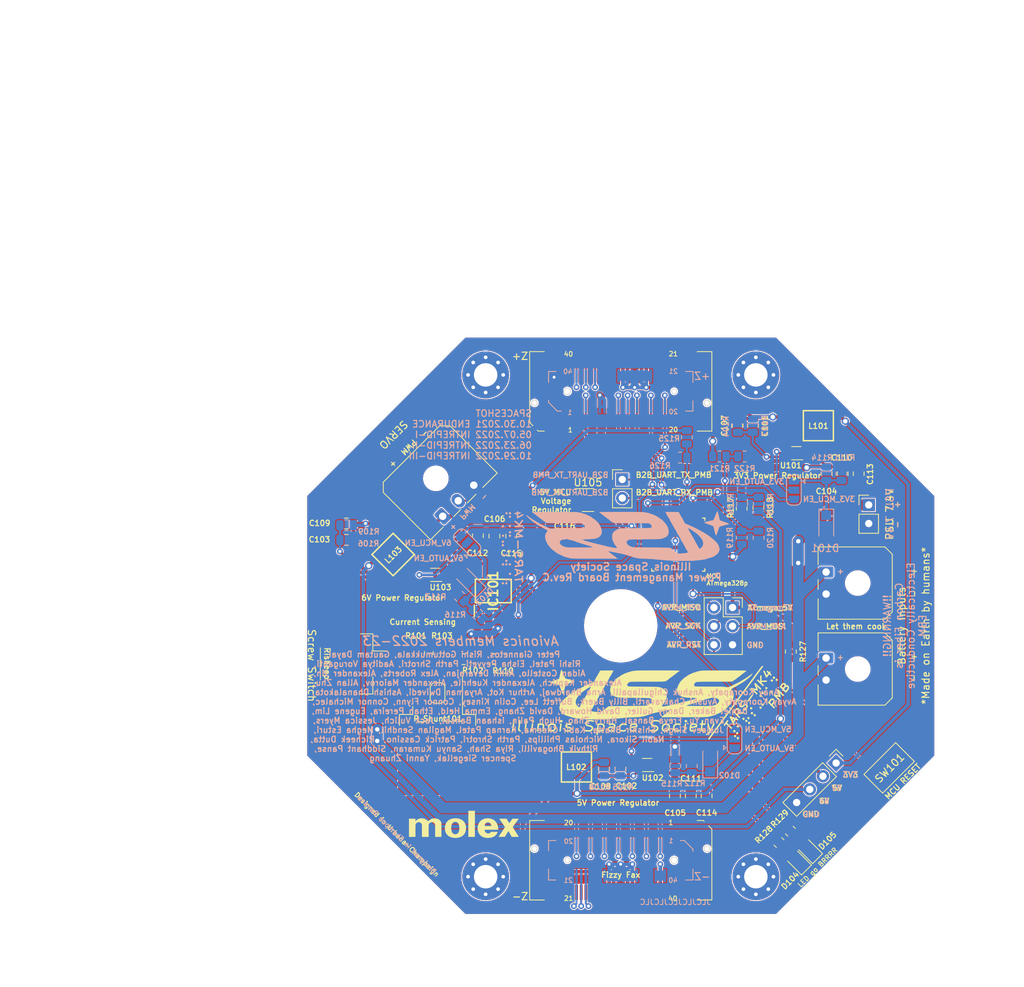
<source format=kicad_pcb>
(kicad_pcb (version 20211014) (generator pcbnew)
  (title_block (title "TARS MK4 Power Management Board") (date "2023-03-25") (rev "C") (company "Illinois Space Society") (comment 4 "Contributors: Peter Giannetos, Eisha Peyyeti, Danny Guller, Rishi Patel"))
  (layers (0 "F.Cu" signal) (31 "B.Cu" signal) (34 "B.Paste" user) (35 "F.Paste" user) (36 "B.SilkS" user "B.Silkscreen") (37 "F.SilkS" user "F.Silkscreen") (38 "B.Mask" user) (39 "F.Mask" user) (44 "Edge.Cuts" user))
  (net 0 "")
  (net 1 "Net-(C116-Pad1)")
  (net 2 "Net-(D101-Pad1)")
  (net 3 "Net-(D102-Pad1)")
  (net 4 "Net-(D103-Pad1)")
  (net 5 "Net-(D104-Pad2)")
  (net 6 "/VBAT")
  (net 7 "/LED_GREEN")
  (net 8 "Net-(D105-Pad2)")
  (net 9 "/LED_ORANGE")
  (net 10 "/PSU_RAW")
  (net 11 "/B2B_UART_TX_PMB")
  (net 12 "/B2B_UART_TX_TELEM")
  (net 13 "/B2B_UART_RX_TELEM")
  (net 14 "/B2B_UART_RX_PMB")
  (net 15 "/TEENSY_GPIO_1")
  (net 17 "Net-(IC101-Pad2)")
  (net 18 "Net-(JP102-Pad2)")
  (net 19 "/3V3")
  (net 20 "/B2B_SPI_SCK")
  (net 21 "/B2B_SPI_MOSI")
  (net 22 "/B2B_I2C_SDA")
  (net 23 "/B2B_I2C_SCL")
  (net 24 "/Teensy_3V3")
  (net 25 "/B2B_SERVO_PWM")
  (net 26 "/B2B_SPI_MISO")
  (net 27 "/RESERVED_1")
  (net 28 "/RESERVED_2")
  (net 29 "/RESERVED_3")
  (net 30 "/5V")
  (net 31 "/RESERVED_4")
  (net 32 "/TEENSY_SWITCH")
  (net 33 "Net-(JP103-Pad2)")
  (net 34 "Net-(JP104-Pad2)")
  (net 35 "Net-(L101-Pad2)")
  (net 36 "Net-(L102-Pad2)")
  (net 37 "Net-(L103-Pad2)")
  (net 38 "/B2B_RFM96W_RESET")
  (net 39 "/B2B_RFM96W_CS")
  (net 40 "/VBAT_RAW")
  (net 41 "Net-(R105-Pad1)")
  (net 42 "Net-(R106-Pad1)")
  (net 43 "Net-(IC101-Pad3)")
  (net 44 "/VBAT_CURRENT_SENSE")
  (net 46 "/6V")
  (net 47 "GND")
  (net 49 "/AVR_MISO")
  (net 50 "/AVR_SCK")
  (net 51 "/AVR_MOSI")
  (net 52 "/AVR_RST")
  (net 53 "/ATmega_5V")
  (net 54 "/3V3_EN")
  (net 55 "/5V_EN")
  (net 56 "/6V_EN")
  (net 57 "Net-(R104-Pad1)")
  (net 59 "/VBAT_SENSE")
  (net 60 "/5V_MCU_SENSE")
  (net 61 "/3V3_SENSE")
  (net 62 "/5V_SENSE")
  (net 63 "/6V_SENSE")
  (net 67 "/B2B_RFM96W_INT")
  (footprint "Capacitor_SMD:C_0805_2012Metric" (layer "F.Cu") (at 118.06 72.68 -90)
    (fp_text reference "C101")
    (fp_text value "22 uF")
  )
  (footprint "Connector_PinSocket_2.54mm:PinSocket_2x03_P2.54mm_Vertical" (layer "F.Cu") (at 115.26 97.505)
    (fp_text reference "J112" hide)
    (fp_text value "AVRISP")
  )
  (footprint "Logos_ISS:ISS_LOGO_extreme small" (layer "F.Cu") (at 103.720625 109.469264)
    (fp_text reference "G***" hide)
    (fp_text value "LOGO" hide)
  )
  (footprint "Package_TO_SOT_SMD:SOT-563" (layer "F.Cu") (at 74.684765 93.044765 180)
    (fp_text reference "U103")
    (fp_text value "TI_TPS564247DRLR")
  )
  (footprint "Capacitor_SMD:C_0805_2012Metric" (layer "F.Cu") (at 80.5 87.7 -90)
    (fp_text reference "C112")
    (fp_text value "10uF")
  )
  (footprint "Resistor_SMD:R_0805_2012Metric" (layer "F.Cu") (at 123.22 103.5225 -90)
    (fp_text reference "R127")
    (fp_text value "10k")
  )
  (footprint "Resistor_SMD:R_0805_2012Metric_Pad1.20x1.40mm_HandSolder" (layer "F.Cu") (at 75.13 103.72 90)
    (fp_text reference "R103")
    (fp_text value "5K")
  )
  (footprint "Jumper:SolderJumper-2_P1.3mm_Open_RoundedPad1.0x1.5mm" (layer "F.Cu") (at 74.99 109.17 90)
    (fp_text reference "JP101" hide)
    (fp_text value "Jumper_2_Open")
  )
  (footprint "Capacitor_SMD:C_0805_2012Metric" (layer "F.Cu") (at 109.56 123.21 -90)
    (fp_text reference "C111")
    (fp_text value "10uF")
  )
  (footprint "Capacitor_SMD:C_0805_2012Metric" (layer "F.Cu") (at 95.25 86.09)
    (fp_text reference "C116")
    (fp_text value "0.1uF")
  )
  (footprint "Button_Switch_SMD:SW_SPST_FSMSM" (layer "F.Cu") (at 136.635 119.395 45)
    (fp_text reference "SW101")
    (fp_text value "SW_Push")
  )
  (footprint "Resistor_SMD:R_0805_2012Metric" (layer "F.Cu") (at 121.604765 129.574765 -45)
    (fp_text reference "R128")
    (fp_text value "150")
  )
  (footprint "Resistor_SMD:R_0805_2012Metric" (layer "F.Cu") (at 118.796 83.8945 90)
    (fp_text reference "R118")
    (fp_text value "100k")
  )
  (footprint "LED_SMD:LED_0805_2012Metric" (layer "F.Cu") (at 125.674765 130.594765 135)
    (fp_text reference "D105")
    (fp_text value "ORANGE")
  )
  (footprint "Resistor_SMD:R_0805_2012Metric" (layer "F.Cu") (at 116.51 83.998 -90)
    (fp_text reference "R117")
    (fp_text value "200k")
  )
  (footprint "Capacitor_SMD:C_0805_2012Metric" (layer "F.Cu") (at 85.05 87.75 -90)
    (fp_text reference "C115")
    (fp_text value "0.1uF")
  )
  (footprint "Connector_Molex_BTB:Molex_SlimStack_2091680401_2x20_P0.635mm" (layer "F.Cu") (at 100 68 180)
    (fp_text reference "J106" hide)
    (fp_text value "Molex_SlimStack_2091680401_2x20_P0.635mm")
    (fp_circle (center -11.78 -1.58) (end -11.38 -1.58) (layer "Edge.Cuts") (width 0.12) (fill none))
    (fp_circle (center 11.78 -1.58) (end 12.18 -1.58) (layer "Edge.Cuts") (width 0.12) (fill none))
  )
  (footprint "Capacitor_SMD:C_0805_2012Metric" (layer "F.Cu") (at 97.7 119.54 90)
    (fp_text reference "C108")
    (fp_text value "22 uF")
  )
  (footprint "Package_TO_SOT_SMD:SOT-563" (layer "F.Cu") (at 123.96 76.44 180)
    (fp_text reference "U101")
    (fp_text value "TI_TPS564247DRLR")
  )
  (footprint "Package_TO_SOT_SMD:SOT-23-5" (layer "F.Cu") (at 95.53 82.84)
    (fp_text reference "U105")
    (fp_text value "LK112M50TR")
  )
  (footprint "Capacitor_SMD:C_0805_2012Metric" (layer "F.Cu") (at 115.88 72.68 -90)
    (fp_text reference "C107")
    (fp_text value "22 uF")
  )
  (footprint "Capacitor_SMD:C_0805_2012Metric" (layer "F.Cu") (at 82.75 87.75 -90)
    (fp_text reference "C106")
    (fp_text value "10uF")
  )
  (footprint "Resistor_SMD:R_0805_2012Metric_Pad1.20x1.40mm_HandSolder" (layer "F.Cu") (at 82.7 104.54 180)
    (fp_text reference "R110")
    (fp_text value "5K")
  )
  (footprint "Connector_PinHeader_2.54mm:PinHeader_1x04_P2.54mm_Vertical" (layer "F.Cu") (at 129.397006 118.732994 -45)
    (fp_text reference "J108" hide)
    (fp_text value "Conn_01x04")
  )
  (footprint "Capacitor_SMD:C_0805_2012Metric" (layer "F.Cu") (at 107.395 123.21 -90)
    (fp_text reference "C105")
    (fp_text value "10uF")
  )
  (footprint "Capacitor_SMD:C_0805_2012Metric" (layer "F.Cu") (at 62.5525 88.26 180)
    (fp_text reference "C103")
    (fp_text value "22 uF")
  )
  (footprint "Capacitor_SMD:C_0805_2012Metric" (layer "F.Cu") (at 130.295 79.24 -90)
    (fp_text reference "C110")
    (fp_text value "10uF")
  )
  (footprint "Connector_PinHeader_2.54mm:PinHeader_1x02_P2.54mm_Vertical" (layer "F.Cu") (at 133.85 83.5)
    (fp_text reference "J105" hide)
    (fp_text value "Conn_01x02")
  )
  (footprint "Connector_Molex:Molex_Micro-Fit_3.0_43650-0200_1x02_P3.00mm_Horizontal" (layer "F.Cu") (at 128.03 104.4 -90)
    (fp_text reference "J102" hide)
    (fp_text value "Molex Micro-Fit 436500200")
  )
  (footprint "Capacitor_SMD:C_0805_2012Metric" (layer "F.Cu") (at 132.48 79.24 -90)
    (fp_text reference "C113")
    (fp_text value "0.1uF")
  )
  (footprint "Package_QFP:TQFP-32_7x7mm_P0.8mm" (layer "F.Cu") (at 107.86 88.91)
    (fp_text reference "U104" hide)
    (fp_text value "ATmega328P-A")
  )
  (footprint "Connector_Molex_BTB:Molex_SlimStack_Receptacle_2091680401_2x20_P0.635mm" (layer "F.Cu") (at 100 132)
    (fp_text reference "J107" hide)
    (fp_text value "Molex_SlimStack_2091680401_2x20_P0.635mm")
    (fp_circle (center 11.78 -1.58) (end 12.18 -1.58) (layer "Edge.Cuts") (width 0.12) (fill none))
    (fp_circle (center -11.78 -1.58) (end -11.38 -1.58) (layer "Edge.Cuts") (width 0.12) (fill none))
  )
  (footprint "Capacitor_SMD:C_0805_2012Metric" (layer "F.Cu") (at 111.725 123.21 -90)
    (fp_text reference "C114")
    (fp_text value "0.1uF")
  )
  (footprint "Capacitor_SMD:C_0805_2012Metric" (layer "F.Cu") (at 99.96 119.54 90)
    (fp_text reference "C102")
    (fp_text value "22 uF")
  )
  (footprint "Resistor_SMD:R_0805_2012Metric_Pad1.20x1.40mm_HandSolder" (layer "F.Cu") (at 78.55 104.55)
    (fp_text reference "R102")
    (fp_text value "1K")
  )
  (footprint "Inductor_WE_MAPI:1.8_74438356018" (layer "F.Cu") (at 93.8918 119.2954 90)
    (fp_text reference "L102")
    (fp_text value "1.8 uH" hide)
  )
  (footprint "Connector_Molex:Molex_CLIK-Mate_502494-0270_1x02-1MP_P2.00mm_Horizontal" (layer "F.Cu") (at 64.25 105.2 -90)
    (fp_text reference "J101" hide)
    (fp_text value "Molex Micro-Lock 5055780271")
  )
  (footprint "Inductor_WE_MAPI:1.5_74438356015" (layer "F.Cu") (at 126.84 72.64 -90)
    (fp_text reference "L101")
    (fp_text value "1.5 uH" hide)
  )
  (footprint "memes:MK4 braille" (layer "F.Cu") (at 118.440625 111.2325 53.4)
    (fp_text reference "G***" hide)
    (fp_text value "LOGO" hide)
  )
  (footprint "Package_TO_SOT_SMD:TO-263-2_TabPin1" (layer "F.Cu") (at 75 115.05 -90)
    (fp_text reference "R_Shunt101")
    (fp_text value "0.1")
  )
  (footprint "Package_TO_SOT_SMD:SOT-563" (layer "F.Cu") (at 103.61 119 180)
    (fp_text reference "U102")
    (fp_text value "TI_TPS564247DRLR")
  )
  (footprint "Resistor_SMD:R_0805_2012Metric_Pad1.20x1.40mm_HandSolder" (layer "F.Cu") (at 72.48 103.72 90)
    (fp_text reference "R101")
    (fp_text value "1K")
  )
  (footprint "Capacitor_SMD:C_0805_2012Metric" (layer "F.Cu") (at 62.5525 86.03 180)
    (fp_text reference "C109")
    (fp_text value "22 uF")
  )
  (footprint "Connector_Molex:Molex_Micro-Fit_3.0_43650-0300_1x03_P3.00mm_Horizontal" (layer "F.Cu") (at 75.695894 85.048534 45)
    (fp_text reference "J104" hide)
    (fp_text value "Molex Micro-Fit 436500300")
  )
  (footprint "Connector_PinHeader_2.54mm:PinHeader_1x02_P2.54mm_Vertical" (layer "F.Cu") (at 100.21 80.025)
    (fp_text reference "J109" hide)
    (fp_text value "Conn_01x02")
  )
  (footprint "Inductor_WE_MAPI:2.2_74438356022" (layer "F.Cu") (at 68.93 90.27 -45)
    (fp_text reference "L103")
    (fp_text value "2.2 uH" hide)
  )
  (footprint "Logos_ISS:MOLEX" (layer "F.Cu") (at 78.59 127.11)
    (fp_text reference "G***" hide)
    (fp_text value "LOGO" hide)
  )
  (footprint "Capacitor_SMD:C_0805_2012Metric" (layer "F.Cu") (at 128.11 79.24 -90)
    (fp_text reference "C104")
    (fp_text value "10uF")
  )
  (footprint "Connector_Molex:Molex_Micro-Fit_3.0_43650-0200_1x02_P3.00mm_Horizontal" (layer "F.Cu") (at 128.03 92.664 -90)
    (fp_text reference "J103" hide)
    (fp_text value "Molex Micro-Fit 436500200")
  )
  (footprint "LED_SMD:LED_0805_2012Metric" (layer "F.Cu") (at 124.161962 132.141962 135)
    (fp_text reference "D104")
    (fp_text value "GREEN")
  )
  (footprint "LT1001-CS8 Op-Amp:LT1001-CS8" (layer "F.Cu") (at 82.6 95.25 90)
    (fp_text reference "IC101")
    (fp_text value "LT1001CS8#PBF" hide)
  )
  (footprint "Resistor_SMD:R_0805_2012Metric" (layer "F.Cu") (at 123.164765 128.034765 -45)
    (fp_text reference "R129")
    (fp_text value "150")
  )
  (footprint "Logos_ISS:ISS_LOGO_extreme small" (layer "B.Cu") (at 101.38 87.83 180)
    (fp_text reference "G***" hide)
    (fp_text value "LOGO" hide)
  )
  (footprint "Resistor_SMD:R_0805_2012Metric" (layer "B.Cu") (at 115.98 72.68 90)
    (fp_text reference "R104")
    (fp_text value "30k")
  )
  (footprint "Resistor_SMD:R_0805_2012Metric" (layer "B.Cu") (at 109.69 119.14 90)
    (fp_text reference "R112")
    (fp_text value "30k")
  )
  (footprint "Diode_SMD:D_SMF" (layer "B.Cu") (at 128.06 86.35 -90)
    (fp_text reference "D101")
    (fp_text value "D_Zener")
  )
  (footprint "Resistor_SMD:R_0805_2012Metric" (layer "B.Cu") (at 108.1075 77.04 180)
    (fp_text reference "R126")
    (fp_text value "100k")
  )
  (footprint "Resistor_SMD:R_0805_2012Metric" (layer "B.Cu") (at 107.44 119.14 90)
    (fp_text reference "R115")
    (fp_text value "20k")
  )
  (footprint "MountingHole:MountingHole_3.2mm_M3_Pad_Via" (layer "B.Cu") (at 118.442536 134.247282 180)
    (fp_text reference "REF**" hide)
    (fp_text value "MountingHole_3.2mm_M3_Pad_Via")
  )
  (footprint "Resistor_SMD:R_0805_2012Metric" (layer "B.Cu") (at 118.02 72.68 90)
    (fp_text reference "R107")
    (fp_text value "135k")
  )
  (footprint "MountingHole:MountingHole_3.2mm_M3_Pad_Via" (layer "B.Cu") (at 81.557464 134.247282 180)
    (fp_text reference "REF**" hide)
    (fp_text value "MountingHole_3.2mm_M3_Pad_Via")
  )
  (footprint "Resistor_SMD:R_0805_2012Metric" (layer "B.Cu") (at 99.95 119.56 90)
    (fp_text reference "R105")
    (fp_text value "30k")
  )
  (footprint "Connector_Molex_BTB:Molex_SlimStack_Plug_536470474_2x20_P0.365mm" (layer "B.Cu") (at 100 67.99)
    (fp_text reference "J110" hide)
    (fp_text value "Molex_SlimStack_Plug_2x20_P0.365mm")
    (fp_circle (center 7.285 0) (end 7.635 0) (layer "Edge.Cuts") (width 0.1) (fill none))
    (fp_circle (center -7.285 0) (end -6.835 0) (layer "Edge.Cuts") (width 0.1) (fill none))
  )
  (footprint "memes:MK4 braille" (layer "B.Cu") (at 84.385868 89.437912 90)
    (fp_text reference "G***" hide)
    (fp_text value "LOGO" hide)
  )
  (footprint "Diode_SMD:D_SMF" (layer "B.Cu") (at 79.314695 93.874695 135)
    (fp_text reference "D103")
    (fp_text value "D_Zener")
  )
  (footprint "Resistor_SMD:R_0805_2012Metric" (layer "B.Cu") (at 130.12 79.24 90)
    (fp_text reference "R111")
    (fp_text value "30k")
  )
  (footprint "MountingHole:MountingHole_3.2mm_M3_Pad_Via" (layer "B.Cu") (at 81.557464 65.752718 180)
    (fp_text reference "REF**" hide)
    (fp_text value "MountingHole_3.2mm_M3_Pad_Via")
  )
  (footprint "Resistor_SMD:R_0805_2012Metric" (layer "B.Cu") (at 128.07 79.24 90)
    (fp_text reference "R114")
    (fp_text value "20k")
  )
  (footprint "Resistor_SMD:R_0805_2012Metric" (layer "B.Cu") (at 80.48993 98.43993 -45)
    (fp_text reference "R116")
    (fp_text value "20k")
  )
  (footprint "Jumper:SolderJumper-3_P1.3mm_Open_RoundedPad1.0x1.5mm" (layer "B.Cu") (at 79.03 88.64 135)
    (fp_text reference "JP104" hide)
    (fp_text value "SolderJumper_3_Open")
  )
  (footprint "MountingHole:MountingHole_3.2mm_M3_Pad_Via" (layer "B.Cu") (at 118.442536 65.752718 180)
    (fp_text reference "REF**" hide)
    (fp_text value "MountingHole_3.2mm_M3_Pad_Via")
  )
  (footprint "Resistor_SMD:R_0805_2012Metric" (layer "B.Cu") (at 113.462 76.886)
    (fp_text reference "R121")
    (fp_text value "100k")
  )
  (footprint "Resistor_SMD:R_0805_2012Metric" (layer "B.Cu") (at 116.57 83.37 -90)
    (fp_text reference "R124")
    (fp_text value "100k")
  )
  (footprint "Connector_Molex_BTB:Molex_SlimStack_Plug_536470474_2x20_P0.365mm" (layer "B.Cu") (at 100 132 180)
    (fp_text reference "J111" hide)
    (fp_text value "Molex_SlimStack_Plug_2x20_P0.365mm")
    (fp_circle (center -7.285 0) (end -6.835 0) (layer "Edge.Cuts") (width 0.1) (fill none))
    (fp_circle (center 7.285 0) (end 7.635 0) (layer "Edge.Cuts") (width 0.1) (fill none))
  )
  (footprint "Resistor_SMD:R_0805_2012Metric" (layer "B.Cu") (at 118.81 87.98 -90)
    (fp_text reference "R120")
    (fp_text value "100k")
  )
  (footprint "Resistor_SMD:R_0805_2012Metric" (layer "B.Cu") (at 109.0195 74.26 -90)
    (fp_text reference "R125")
    (fp_text value "100k")
  )
  (footprint "Resistor_SMD:R_0805_2012Metric" (layer "B.Cu") (at 62.5725 86.27)
    (fp_text reference "R109")
    (fp_text value "270k")
  )
  (footprint "Resistor_SMD:R_0805_2012Metric" (layer "B.Cu") (at 97.74 119.56 90)
    (fp_text reference "R108")
    (fp_text value "220k")
  )
  (footprint "Resistor_SMD:R_0805_2012Metric" (layer "B.Cu") (at 116.51 87.98 90)
    (fp_text reference "R119")
    (fp_text value "100k")
  )
  (footprint "Jumper:SolderJumper-3_P1.3mm_Open_RoundedPad1.0x1.5mm" (layer "B.Cu") (at 123.6375 81.48 -90)
    (fp_text reference "JP102" hide)
    (fp_text value "SolderJumper_3_Open")
  )
  (footprint "Resistor_SMD:R_0805_2012Metric" (layer "B.Cu") (at 62.5725 88.29)
    (fp_text reference "R106")
    (fp_text value "30k")
  )
  (footprint "Resistor_SMD:R_0805_2012Metric" (layer "B.Cu") (at 118.83 83.37 90)
    (fp_text reference "R123")
    (fp_text value "100k")
  )
  (footprint "Resistor_SMD:R_0805_2012Metric" (layer "B.Cu") (at 116.9145 76.886)
    (fp_text reference "R122")
    (fp_text value "100k")
  )
  (footprint "Jumper:SolderJumper-3_P1.3mm_Open_RoundedPad1.0x1.5mm" (layer "B.Cu") (at 115.53 115.43 90)
    (fp_text reference "JP103" hide)
    (fp_text value "SolderJumper_3_Open")
  )
  (footprint "Resistor_SMD:R_0805_2012Metric" (layer "B.Cu") (at 77.99993 95.96993 135)
    (fp_text reference "R113")
    (fp_text value "30k")
  )
  (footprint "Diode_SMD:D_SMF" (layer "B.Cu") (at 112.21 118.48 90)
    (fp_text reference "D102")
    (fp_text value "D_Zener")
  )
  (gr_line (start 119.319375 105.5575) (end 112.040625 115.4225) (layer "F.SilkS") (width 0.2))
  (gr_line locked (start 78.712663 60.47) (end 57.011885 82.19374) (layer "Edge.Cuts") (width 0.01))
  (gr_circle locked (center 100 100) (end 104.8125 100) (layer "Edge.Cuts") (width 0.01) (fill none))
  (gr_line locked (start 121.287337 139.53) (end 142.988115 117.80626) (layer "Edge.Cuts") (width 0.01))
  (gr_line locked (start 121.287337 139.53) (end 78.712663 139.53) (layer "Edge.Cuts") (width 0.01))
  (gr_line locked (start 142.988115 82.19374) (end 121.287337 60.47) (layer "Edge.Cuts") (width 0.01))
  (gr_line locked (start 142.988115 117.80626) (end 142.988115 82.19374) (layer "Edge.Cuts") (width 0.01))
  (gr_line locked (start 57.011885 82.19374) (end 57.011885 117.80626) (layer "Edge.Cuts") (width 0.01))
  (gr_line locked (start 57.011885 117.80626) (end 78.712663 139.53) (layer "Edge.Cuts") (width 0.01))
  (gr_line locked (start 121.287337 60.47) (end 78.712663 60.47) (layer "Edge.Cuts") (width 0.01))
  (gr_text "+Z" (at 111.1125 65.90875) (layer "B.SilkS") (effects (font (size 1 1)) (justify mirror)))
  (gr_text "-Z" (at 111.125 134.2275) (layer "B.SilkS") (effects (font (size 1 1)) (justify mirror)))
  (gr_text "3V3_MCU_EN" (at 128.44 82.71) (layer "B.SilkS") (effects (font (size 0.75 0.75)) (justify mirror)))
  (gr_text "5V\n" (at 129.46 122.15) (layer "B.SilkS") (effects (font (size 0.75 0.75)) (justify mirror)))
  (gr_text "Illinois Space Society" (at 101.38 91.94) (layer "B.SilkS") (effects (font (size 1 1) (thickness 0.2)) (justify mirror)))
  (gr_text "-\n" (at 137.74 86.21 90) (layer "B.SilkS") (effects (font (size 0.75 0.75)) (justify mirror)))
  (gr_text "GND" (at 118.35 102.64) (layer "B.SilkS") (effects (font (size 0.75 0.75)) (justify mirror)))
  (gr_text "+" (at 129.98 104.29) (layer "B.SilkS") (effects (font (size 0.75 0.75)) (justify mirror)))
  (gr_text "6V_MCU_EN" (at 73.71 88.69) (layer "B.SilkS") (effects (font (size 0.75 0.75)) (justify mirror)))
  (gr_text "3V3_AUTO_EN" (at 118.57 80.31) (layer "B.SilkS") (effects (font (size 0.75 0.75)) (justify mirror)))
  (gr_text "AVR_MISO" (at 108.28 97.49) (layer "B.SilkS") (effects (font (size 0.75 0.75)) (justify mirror)))
  (gr_text "TARS-MK4" (at 86.035 89.255 270) (layer "B.SilkS") (effects (font (size 1 1.25) (thickness 0.2) italic) (justify mirror)))
  (gr_text "1" (at 93.0425 70.87875) (layer "B.SilkS") (effects (font (size 0.65 0.65) (thickness 0.12)) (justify mirror)))
  (gr_text "Designed in Shampoo Banana" (at 69.44 128.48 -45) (layer "B.SilkS") (effects (font (size 0.65 0.65) (thickness 0.13)) (justify mirror)))
  (gr_text "40" (at 107.145 134.7375) (layer "B.SilkS") (effects (font (size 0.65 0.65) (thickness 0.12)) (justify mirror)))
  (gr_text "AVR_SCK" (at 108.53 100.02) (layer "B.SilkS") (effects (font (size 0.75 0.75)) (justify mirror)))
  (gr_text "20\n" (at 92.855 129.4175) (layer "B.SilkS") (effects (font (size 0.65 0.65) (thickness 0.12)) (justify mirror)))
  (gr_text "Peter Giannetos, Rishi Gottumukkala, Gautam Dayal,\nRishi Patel, Eisha Peyyeti, Parth Shrotri, Aaditya Voruganti,  \nAidan Costello, Akhil Devarajan, Alex Roberts, Alexander Jin,   \nAlexander Kaplich, Alexander Kuehnle, Alexander Maiorov, Allan Zhu,           \nAnay Koorapaty, Anshuk Chigullapalli, Arna Bhardwaj, Arthur Kot, Aryaman Dwivedi, Ashish Dhanalakota,                                              \nAvyay Koorapaty, Ayushi Chakravarti, Billy Buerk, Buffett Lee, Colin Kinsey, Connor Flynn, Connor Michalec,                                                  \n Daniel Baker, Danny Guller, David Howard, David Zhang, Emma Held, Ethan Pereira, Eugene Lim,                                        \nEvan Yu, Freya Bansal, Harry Zhao, Hugh Palin, Ishaan Bansal, Jack Vulich, Jessica Myers,                                  \nJusjeev Singh, Shishir Bhatta, Kabir Cheema, Karnap Patel, Magilan Sendhil, Megha Esturi,                                  \nNabil Sikora, Nicholas Phillips, Parth Shrotri, Patrick Cassino,  Richeek Dutta,                    \nRithvik Bhogavilli, Riya Shah, Sanyu Kumaran, Siddhant Panse,      \nSpencer Siegellak, Yanni Zhuang" (at 75.71 110.99) (layer "B.SilkS") (effects (font (size 0.8 0.8) (thickness 0.16)) (justify mirror)))
  (gr_text "AVR_RST" (at 108.619286 102.58) (layer "B.SilkS") (effects (font (size 0.75 0.75)) (justify mirror)))
  (gr_text "+" (at 129.99 92.56) (layer "B.SilkS") (effects (font (size 0.75 0.75)) (justify mirror)))
  (gr_text "PWM" (at 79.07 84.42 -135) (layer "B.SilkS") (effects (font (size 0.75 0.75)) (justify mirror)))
  (gr_text "6V" (at 127.78 123.93) (layer "B.SilkS") (effects (font (size 0.75 0.75)) (justify mirror)))
  (gr_text "SPACESHOT\n10.30.2021 ENDURANCE\n05.07.2022 INTREPID-I\n06.23.2022 INTREPID-II\n10.29.2022 INTREPID-III" (at 87.96 73.91) (layer "B.SilkS") (effects (font (size 0.9 0.9)) (justify left mirror)))
  (gr_text "Power Management Board Rev.C" (at 101.524994 93.385005) (layer "B.SilkS") (effects (font (size 1 1) (thickness 0.2)) (justify mirror)))
  (gr_text "B2B_UART_TX_PMB" (at 93.14 79.41) (layer "B.SilkS") (effects (font (size 0.75 0.75)) (justify mirror)))
  (gr_text "-" (at 81.42 82.45 -135) (layer "B.SilkS") (effects (font (size 0.75 0.75)) (justify mirror)))
  (gr_text "40" (at 92.7725 65.28875) (layer "B.SilkS") (effects (font (size 0.65 0.65) (thickness 0.12)) (justify mirror)))
  (gr_text "21" (at 107.1625 65.25875) (layer "B.SilkS") (effects (font (size 0.65 0.65) (thickness 0.12)) (justify mirror)))
  (gr_text "!!WARNING!!\nCarbon Fiber is\nElectrically Conductive\nEBM" (at 138.8 100 90) (layer "B.SilkS") (effects (font (size 1 1)) (justify mirror)))
  (gr_text "ATmega_5V" (at 120.38 97.51) (layer "B.SilkS") (effects (font (size 0.75 0.75)) (justify mirror)))
  (gr_text "JLCJLCJLCJLCJLC" (at 107.435 137.7075) (layer "B.SilkS") (effects (font (size 0.75 0.75) (thickness 0.12)) (justify mirror)))
  (gr_text "PSU 7.4V" (at 136.75 84.71 90) (layer "B.SilkS") (effects (font (size 1 1)) (justify mirror)))
  (gr_text "1" (at 106.845 129.3375) (layer "B.SilkS") (effects (font (size 0.65 0.65) (thickness 0.12)) (justify mirror)))
  (gr_text "B2B_UART_RX_PMB" (at 93.050715 81.8) (layer "B.SilkS") (effects (font (size 0.75 0.75)) (justify mirror)))
  (gr_text "5V_AUTO_EN" (at 120.2975 116.72) (layer "B.SilkS") (effects (font (size 0.75 0.75)) (justify mirror)))
  (gr_text "20" (at 107.1825 70.77875) (layer "B.SilkS") (effects (font (size 0.65 0.65) (thickness 0.12)) (justify mirror)))
  (gr_text "3V3" (at 131.39 120.32) (layer "B.SilkS") (effects (font (size 0.75 0.75)) (justify mirror)))
  (gr_text "AVR_MOSI" (at 119.87 100.09) (layer "B.SilkS") (effects (font (size 0.75 0.75)) (justify mirror)))
  (gr_text "GND" (at 126.01 125.74) (layer "B.SilkS") (effects (font (size 0.75 0.75)) (justify mirror)))
  (gr_text "6V_AUTO_EN" (at 75.14 90.78) (layer "B.SilkS") (effects (font (size 0.75 0.75)) (justify mirror)))
  (gr_text "Avionics Members 2022-23" (at 78.19 102.08) (layer "B.SilkS") (effects (font (size 1.27 1.27) (thickness 0.19) italic) (justify mirror)))
  (gr_text "21" (at 92.825 134.7375) (layer "B.SilkS") (effects (font (size 0.65 0.65) (thickness 0.12)) (justify mirror)))
  (gr_text "5V_MCU_EN" (at 120.101071 114.13) (layer "B.SilkS") (effects (font (size 0.75 0.75)) (justify mirror)))
  (gr_text "+" (at 77.1 86.47 45) (layer "B.SilkS") (effects (font (size 0.75 0.75)) (justify mirror)))
  (gr_text "+" (at 137.76 83.45 90) (layer "B.SilkS") (effects (font (size 0.75 0.75)) (justify mirror)))
  (gr_text "Let them cook" (at 132.14 100.08) (layer "F.SilkS") (effects (font (size 0.75 0.75))))
  (gr_text "Illinois Space Society" (at 98.850625 113.7125) (layer "F.SilkS") (effects (font (size 1.4 1.7) (thickness 0.2) italic)))
  (gr_text "-\n" (at 137.76 86.19 90) (layer "F.SilkS") (effects (font (size 0.75 0.75))))
  (gr_text "GND" (at 125.94 125.72) (layer "F.SilkS") (effects (font (size 0.75 0.75))))
  (gr_text "3V3" (at 131.35 120.32) (layer "F.SilkS") (effects (font (size 0.75 0.75))))
  (gr_text "Current Sensing" (at 72.97 99.48) (layer "F.SilkS") (effects (font (size 0.75 0.75))))
  (gr_text "*Made on Earth by humans*" (at 141.63 100 90) (layer "F.SilkS") (effects (font (size 1 1))))
  (gr_text "20" (at 92.885 126.8875) (layer "F.SilkS") (effects (font (size 0.65 0.65) (thickness 0.12))))
  (gr_text "Risheep" (at 59.92 105.14 270) (layer "F.SilkS") (effects (font (size 0.75 0.75))))
  (gr_text "5V MCU\nVoltage\nRegulator" (at 93.34 82.97) (layer "F.SilkS") (effects (font (size 0.75 0.75)) (justify right)))
  (gr_text "AVR_RST" (at 108.619286 102.58) (layer "F.SilkS") (effects (font (size 0.75 0.75))))
  (gr_text "21" (at 92.885 137.2075) (layer "F.SilkS") (effects (font (size 0.65 0.65) (thickness 0.12))))
  (gr_text "5V Power Regulator" (at 99.62 124.16) (layer "F.SilkS") (effects (font (size 0.75 0.75))))
  (gr_text "B2B_UART_RX_PMB" (at 107.319286 81.8) (layer "F.SilkS") (effects (font (size 0.75 0.75))))
  (gr_text "PWM" (at 71.05 75.62 225) (layer "F.SilkS") (effects (font (size 0.75 0.75))))
  (gr_text "AVR_SCK" (at 108.53 100.02) (layer "F.SilkS") (effects (font (size 0.75 0.75))))
  (gr_text "LED go BRRRR" (at 126.87 132.98 45) (layer "F.SilkS") (effects (font (size 0.65 0.65) (thickness 0.12))))
  (gr_text "ATmega_5V" (at 120.38 97.53) (layer "F.SilkS") (effects (font (size 0.75 0.75))))
  (gr_text "TARS-MK4" (at 117.400625 110.1025 53.4) (layer "F.SilkS") (effects (font (size 1 1.25) (thickness 0.2) italic)))
  (gr_text "MCU\nATmega328p" (at 111.63 93.7) (layer "F.SilkS") (effects (font (size 0.6 0.6) (thickness 0.13)) (justify left)))
  (gr_text "+" (at 140.06 104.18) (layer "F.SilkS") (effects (font (size 0.75 0.75))))
  (gr_text "AVR_MOSI" (at 119.867857 100.09) (layer "F.SilkS") (effects (font (size 0.75 0.75))))
  (gr_text "-" (at 73.2 73.71 45) (layer "F.SilkS") (effects (font (size 0.75 0.75))))
  (gr_text "B2B_UART_TX_PMB" (at 107.23 79.41) (layer "F.SilkS") (effects (font (size 0.75 0.75))))
  (gr_text "Designed in Urbana-Champaign" (at 69.43 128.49 -45) (layer "F.SilkS") (effects (font (size 0.65 0.65) (thickness 0.13))))
  (gr_text "GND" (at 118.35 102.64) (layer "F.SilkS") (effects (font (size 0.75 0.75))))
  (gr_text "20" (at 107.18 73.23) (layer "F.SilkS") (effects (font (size 0.65 0.65) (thickness 0.12))))
  (gr_text "Screw Switch" (at 57.82 105.42 270) (layer "F.SilkS") (effects (font (size 1 1))))
  (gr_text "40" (at 92.8625 62.90875) (layer "F.SilkS") (effects (font (size 0.65 0.65) (thickness 0.12))))
  (gr_text "1" (at 106.835 126.8675) (layer "F.SilkS") (effects (font (size 0.65 0.65) (thickness 0.12))))
  (gr_text "-" (at 140.1 107.2 270) (layer "F.SilkS") (effects (font (size 0.75 0.75))))
  (gr_text "AVR_MISO" (at 108.28 97.49) (layer "F.SilkS") (effects (font (size 0.75 0.75))))
  (gr_text "3V3 Power Regulator" (at 121.37 79.49) (layer "F.SilkS") (effects (font (size 0.75 0.75))))
  (gr_text "+" (at 137.74 83.46 90) (layer "F.SilkS") (effects (font (size 0.75 0.75))))
  (gr_text "Fizzy Fax" (at 100 134) (layer "F.SilkS") (effects (font (size 0.75 0.75))))
  (gr_text "+" (at 140.05 92.51) (layer "F.SilkS") (effects (font (size 0.75 0.75))))
  (gr_text "+" (at 68.96 77.85 -45) (layer "F.SilkS") (effects (font (size 0.75 0.75))))
  (gr_text "5V\n" (at 129.54 122.14) (layer "F.SilkS") (effects (font (size 0.75 0.75))))
  (gr_text "PSU 7.4V" (at 136.7 84.78 90) (layer "F.SilkS") (effects (font (size 1 1))))
  (gr_text "MCU RESET" (at 138.51 121.26 45) (layer "F.SilkS") (effects (font (size 0.75 0.75))))
  (gr_text "6V" (at 127.78 123.92) (layer "F.SilkS") (effects (font (size 0.75 0.75))))
  (gr_text "1" (at 93.1125 73.26875) (layer "F.SilkS") (effects (font (size 0.65 0.65) (thickness 0.12))))
  (gr_text "Battery Inputs" (at 138.36 100 90) (layer "F.SilkS") (effects (font (size 1 1))))
  (gr_text "40" (at 107.105 137.2275) (layer "F.SilkS") (effects (font (size 0.65 0.65) (thickness 0.12))))
  (gr_text "PMB" (at 121.580625 109.5525 53.4) (layer "F.SilkS") (effects (font (size 1 1.25) (thickness 0.2) italic)))
  (gr_text "6V Power Regulator" (at 70.21 96.18) (layer "F.SilkS") (effects (font (size 0.75 0.75))))
  (gr_text "-" (at 140.06 95.62 90) (layer "F.SilkS") (effects (font (size 0.75 0.75))))
  (gr_text "SERVO" (at 68.97 73.92 225) (layer "F.SilkS") (effects (font (size 1 1))))
  (gr_text "-Z" (at 86.265 136.9475) (layer "F.SilkS") (effects (font (size 1 1))))
  (gr_text "21" (at 107.1725 62.88875) (layer "F.SilkS") (effects (font (size 0.65 0.65) (thickness 0.12))))
  (gr_text "+Z" (at 86.2525 63.18875) (layer "F.SilkS") (effects (font (size 1 1))))
  (segment (start 94.3925 83.79) (end 94.3925 85.9975) (width 0.5) (layer "F.Cu") (net 1))
  (segment (start 123.6375 80.18) (end 128.0425 80.18) (width 0.35) (layer "B.Cu") (net 2))
  (segment (start 128.07 80.1525) (end 130.12 80.1525) (width 0.35) (layer "B.Cu") (net 2))
  (segment (start 128.07 80.1525) (end 128.07 84.89) (width 0.5) (layer "B.Cu") (net 2))
  (segment (start 115.41 116.73) (end 112.21 119.93) (width 0.35) (layer "B.Cu") (net 3))
  (segment (start 107.44 120.0525) (end 109.69 120.0525) (width 0.35) (layer "B.Cu") (net 3))
  (segment (start 109.69 120.0525) (end 112.0875 120.0525) (width 0.35) (layer "B.Cu") (net 3))
  (segment (start 81.46 91.07) (end 81.46 93.78) (width 0.5) (layer "B.Cu") (net 4))
  (segment (start 81.46 93.78) (end 80.34 94.9) (width 0.5) (layer "B.Cu") (net 4))
  (segment (start 78.645165 96.594835) (end 80.34 94.9) (width 0.5) (layer "B.Cu") (net 4))
  (segment (start 79.824695 97.794695) (end 78.645165 96.615165) (width 0.5) (layer "B.Cu") (net 4))
  (segment (start 79.949239 89.559239) (end 81.46 91.07) (width 0.5) (layer "B.Cu") (net 4))
  (segment (start 123.499049 131.469049) (end 122.25 130.22) (width 0.35) (layer "F.Cu") (net 5))
  (segment (start 102.302989 75.902989) (end 104.81 78.41) (width 1) (layer "F.Cu") (net 6))
  (segment (start 76.995 109.82) (end 77.54 109.275) (width 1) (layer "F.Cu") (net 6))
  (segment (start 128.11 78.29) (end 125.5 78.29) (width 0.5) (layer "F.Cu") (net 6))
  (segment (start 97.337011 75.902989) (end 98.652989 75.902989) (width 1) (layer "F.Cu") (net 6))
  (segment (start 97.1425 68.5225) (end 97.14 68.52) (width 0.5) (layer "F.Cu") (net 6))
  (segment (start 76.450235 93.599765) (end 75.434765 93.599765) (width 0.5) (layer "F.Cu") (net 6))
  (segment (start 97.1425 72.375) (end 97.1425 68.5225) (width 0.5) (layer "F.Cu") (net 6))
  (segment (start 109.56 122.26) (end 111.725 122.26) (width 0.35) (layer "F.Cu") (net 6))
  (segment (start 97.337011 74.642989) (end 97.337011 68.717011) (width 1) (layer "F.Cu") (net 6))
  (segment (start 90.41 82.83) (end 97.337011 75.902989) (width 1) (layer "F.Cu") (net 6))
  (segment (start 87.77 93.5) (end 87.77 94.77) (width 0.5) (layer "F.Cu") (net 6))
  (segment (start 74.99 109.82) (end 76.995 109.82) (width 1) (layer "F.Cu") (net 6))
  (segment (start 98.652989 75.902989) (end 98.597011 75.902989) (width 1) (layer "F.Cu") (net 6))
  (segment (start 107.395 122.26) (end 109.56 122.26) (width 0.35) (layer "F.Cu") (net 6))
  (segment (start 97.1425 72.375) (end 97.7775 72.375) (width 0.5) (layer "F.Cu") (net 6))
  (segment (start 104.81 78.41) (end 114.09 78.41) (width 1) (layer "F.Cu") (net 6))
  (segment (start 80.5 86.75) (end 78.95 86.75) (width 0.5) (layer "F.Cu") (net 6))
  (segment (start 114.76 78.41) (end 114.09 78.41) (width 1) (layer "F.Cu") (net 6))
  (segment (start 116.51 80.16) (end 114.76 78.41) (width 1) (layer "F.Cu") (net 6))
  (segment (start 91.35 81.89) (end 90.41 82.83) (width 0.5) (layer "F.Cu") (net 6))
  (segment (start 102.14 109.3) (end 82.7 109.3) (width 1) (layer "F.Cu") (net 6))
  (segment (start 77.56 109.255) (end 77.56 104.56) (width 1) (layer "F.Cu") (net 6))
  (segment (start 104.36 119.5) (end 106.07 119.5) (width 0.35) (layer "F.Cu") (net 6))
  (segment (start 89.15 96.15) (end 89.15 84.09) (width 1) (layer "F.Cu") (net 6))
  (segment (start 78.95 86.75) (end 77.35 88.35) (width 0.5) (layer "F.Cu") (net 6))
  (segment (start 86.45 86.8) (end 85.05 86.8) (width 0.5) (layer "F.Cu") (net 6))
  (segment (start 107.39 116.49) (end 107.395 116.485) (width 1) (layer "F.Cu") (net 6))
  (segment (start 98.597011 75.902989) (end 97.337011 74.642989) (width 1) (layer "F.Cu") (net 6))
  (segment (start 97.7775 72.375) (end 97.7775 69.1575) (width 0.5) (layer "F.Cu") (net 6))
  (segment (start 125.5 78.29) (end 125.38 78.41) (width 0.35) (layer "F.Cu") (net 6))
  (segment (start 87.77 94.77) (end 89.15 96.15) (width 0.5) (layer "F.Cu") (net 6))
  (segment (start 107.395 116.485) (end 107.395 114.555) (width 1) (layer "F.Cu") (net 6))
  (segment (start 98.652989 75.902989) (end 102.302989 75.902989) (width 1) (layer "F.Cu") (net 6))
  (segment (start 114.09 78.41) (end 125.38 78.41) (width 1) (layer "F.Cu") (net 6))
  (segment (start 97.337011 68.717011) (end 97.14 68.52) (width 1) (layer "F.Cu") (net 6))
  (segment (start 106.07 119.5) (end 107.395 120.825) (width 0.35) (layer "F.Cu") (net 6))
  (segment (start 124.71 76.94) (end 126.76 76.94) (width 0.35) (layer "F.Cu") (net 6))
  (segment (start 107.395 120.825) (end 107.395 122.26) (width 0.35) (layer "F.Cu") (net 6))
  (segment (start 83.165 109.285) (end 89.15 103.3) (width 1) (layer "F.Cu") (net 6))
  (segment (start 77.35 92.7) (end 76.450235 93.599765) (width 0.5) (layer "F.Cu") (net 6))
  (segment (start 128.11 78.29) (end 130.295 78.29) (width 0.35) (layer "F.Cu") (net 6))
  (segment (start 107.395 116.495) (end 107.39 116.49) (width 1) (layer "F.Cu") (net 6))
  (segment (start 126.76 76.94) (end 128.11 78.29) (width 0.35) (layer "F.Cu") (net 6))
  (segment (start 89.15 84.09) (end 90.41 82.83) (width 1) (layer "F.Cu") (net 6))
  (segment (start 87.77 88.12) (end 86.45 86.8) (width 0.5) (layer "F.Cu") (net 6))
  (segment (start 85.05 86.8) (end 82.75 86.8) (width 0.5) (layer "F.Cu") (net 6))
  (segment (start 89.15 103.3) (end 89.15 96.15) (width 1) (layer "F.Cu") (net 6))
  (segment (start 116.51 80.16) (end 116.51 83.0855) (width 1) (layer "F.Cu") (net 6))
  (segment (start 107.395 114.555) (end 102.14 109.3) (width 1) (layer "F.Cu") (net 6))
  (segment (start 94.3925 81.89) (end 91.35 81.89) (width 0.5) (layer "F.Cu") (net 6))
  (segment (start 130.295 78.29) (end 132.48 78.29) (width 0.35) (layer "F.Cu") (net 6))
  (segment (start 94.3925 81.89) (end 96.6675 81.89) (width 0.5) (layer "F.Cu") (net 6))
  (segment (start 77.55 109.285) (end 83.165 109.285) (width 1) (layer "F.Cu") (net 6))
  (segment (start 97.7775 69.1575) (end 97.14 68.52) (width 0.5) (layer "F.Cu") (net 6))
  (segment (start 82.75 86.8) (end 80.55 86.8) (width 0.5) (layer "F.Cu") (net 6))
  (segment (start 107.395 122.26) (end 107.395 116.495) (width 1) (layer "F.Cu") (net 6))
  (segment (start 87.77 93.5) (end 87.77 88.12) (width 0.5) (layer "F.Cu") (net 6))
  (segment (start 97.337011 75.902989) (end 97.337011 74.642989) (width 1) (layer "F.Cu") (net 6))
  (segment (start 75.44 93.55) (end 75.434765 93.544765) (width 0.35) (layer "F.Cu") (net 6))
  (segment (start 77.35 88.35) (end 77.35 92.7) (width 0.5) (layer "F.Cu") (net 6))
  (via (at 97.14 68.52) (size 0.8) (drill 0.4) (layers "F.Cu" "B.Cu") (net 6))
  (via (at 87.77 93.5) (size 1) (drill 0.6) (layers "F.Cu" "B.Cu") (net 6))
  (via (at 107.39 116.49) (size 1) (drill 0.6) (layers "F.Cu" "B.Cu") (net 6))
  (via (at 125.38 78.41) (size 1) (drill 0.6) (layers "F.Cu" "B.Cu") (net 6))
  (segment (start 107.44 116.54) (end 107.44 118.2275) (width 1) (layer "B.Cu") (net 6))
  (segment (start 97.1425 70.09) (end 97.1425 68.5225) (width 0.5) (layer "B.Cu") (net 6))
  (segment (start 125.4625 78.3275) (end 125.38 78.41) (width 0.35) (layer "B.Cu") (net 6))
  (segment (start 107.39 116.49) (end 107.44 116.54) (width 1) (layer "B.Cu") (net 6))
  (segment (start 97.1425 68.5225) (end 97.14 68.52) (width 0.5) (layer "B.Cu") (net 6))
  (segment (start 82.184835 99.085165) (end 87.77 93.5) (width 0.5) (layer "B.Cu") (net 6))
  (segment (start 97.7775 69.1575) (end 97.14 68.52) (width 0.5) (layer "B.Cu") (net 6))
  (segment (start 97.7775 70.09) (end 97.7775 69.1575) (width 0.5) (layer "B.Cu") (net 6))
  (segment (start 128.07 78.3275) (end 125.4625 78.3275) (width 0.35) (layer "B.Cu") (net 6))
  (segment (start 97.1425 70.09) (end 97.7775 70.09) (width 0.5) (layer "B.Cu") (net 6))
  (segment (start 81.135165 99.085165) (end 82.184835 99.085165) (width 0.5) (layer "B.Cu") (net 6))
  (segment (start 107.46 93.16) (end 107.46 104.57) (width 0.35) (layer "F.Cu") (net 7))
  (segment (start 107.46 104.57) (end 117.75 114.86) (width 0.35) (layer "F.Cu") (net 7))
  (segment (start 117.75 114.86) (end 117.75 125.72) (width 0.35) (layer "F.Cu") (net 7))
  (segment (start 117.75 125.72) (end 120.95953 128.92953) (width 0.35) (layer "F.Cu") (net 7))
  (segment (start 123.81 128.73) (end 125.011852 129.931852) (width 0.35) (layer "F.Cu") (net 8))
  (segment (start 122.51953 127.38953) (end 119.14 124.01) (width 0.35) (layer "F.Cu") (net 9))
  (segment (start 119.14 113.72) (end 108.26 102.84) (width 0.35) (layer "F.Cu") (net 9))
  (segment (start 119.14 124.01) (end 119.14 113.72) (width 0.35) (layer "F.Cu") (net 9))
  (segment (start 108.26 93.16) (end 108.26 102.84) (width 0.35) (layer "F.Cu") (net 9))
  (segment (start 124.225 88.46) (end 124.225 91.425) (width 1.5) (layer "F.Cu") (net 10))
  (segment (start 66.75 110.98) (end 66.75 106.81) (width 1.5) (layer "F.Cu") (net 10))
  (segment (start 124.755 87.93) (end 124.225 88.46) (width 1.5) (layer "F.Cu") (net 10))
  (segment (start 133.85 83.5) (end 129.185 83.5) (width 1.5) (layer "F.Cu") (net 10))
  (segment (start 129.185 83.5) (end 124.755 87.93) (width 1.5) (layer "F.Cu") (net 10))
  (segment (start 124.755 87.93) (end 124.23 88.455) (width 1.5) (layer "F.Cu") (net 10))
  (segment (start 66.76 115.71) (end 66.76 110.99) (width 1.5) (layer "F.Cu") (net 10))
  (segment (start 66.75 106.81) (end 66.74 106.8) (width 1.5) (layer "F.Cu") (net 10))
  (segment (start 66.76 110.99) (end 66.75 110.98) (width 1.5) (layer "F.Cu") (net 10))
  (via (at 124.23 88.455) (size 1) (drill 0.6) (layers "F.Cu" "B.Cu") (net 10))
  (via (at 124.225 91.425) (size 1) (drill 0.6) (layers "F.Cu" "B.Cu") (net 10))
  (via (at 66.76 115.71) (size 1) (drill 0.6) (layers "F.Cu" "B.Cu") (net 10))
  (via (at 66.76 114.14) (size 1) (drill 0.6) (layers "F.Cu" "B.Cu") (net 10))
  (segment (start 124.23 95.95) (end 124.23 88.455) (width 1.5) (layer "B.Cu") (net 10))
  (segment (start 127.516 92.664) (end 124.23 95.95) (width 1.5) (layer "B.Cu") (net 10))
  (segment (start 128.03 92.664) (end 127.516 92.664) (width 1.5) (layer "B.Cu") (net 10))
  (segment (start 75.74 124.84) (end 66.76 115.86) (width 1.5) (layer "B.Cu") (net 10))
  (segment (start 114.17 124.84) (end 75.74 124.84) (width 1.5) (layer "B.Cu") (net 10))
  (segment (start 66.76 115.86) (end 66.76 114.14) (width 1.5) (layer "B.Cu") (net 10))
  (segment (start 124.23 95.95) (end 124.23 109.9) (width 1.5) (layer "B.Cu") (net 10))
  (segment (start 124.23 109.9) (end 124.23 108.2) (width 1.5) (layer "B.Cu") (net 10))
  (segment (start 124.23 109.9) (end 124.23 114.78) (width 1.5) (layer "B.Cu") (net 10))
  (segment (start 124.23 114.78) (end 114.17 124.84) (width 1.5) (layer "B.Cu") (net 10))
  (segment (start 124.23 108.2) (end 128.03 104.4) (width 1.5) (layer "B.Cu") (net 10))
  (segment (start 105.58 80.74) (end 104.881 80.041) (width 0.25) (layer "F.Cu") (net 11))
  (segment (start 105.58 80.74) (end 106.66 81.82) (width 0.25) (layer "F.Cu") (net 11))
  (segment (start 104.1275 75.6775) (end 104.1275 72.375) (width 0.25) (layer "F.Cu") (net 11))
  (segment (start 104.11 72.41375) (end 104.11 68.54625) (width 0.25) (layer "F.Cu") (net 11))
  (segment (start 104.881 80.041) (end 100.226 80.041) (width 0.25) (layer "F.Cu") (net 11))
  (segment (start 105.58 77.13) (end 104.1275 75.6775) (width 0.25) (layer "F.Cu") (net 11))
  (segment (start 106.66 81.82) (end 106.66 84.66) (width 0.25) (layer "F.Cu") (net 11))
  (via (at 104.11 68.54625) (size 0.8) (drill 0.4) (layers "F.Cu" "B.Cu") (net 11))
  (via (at 105.58 80.74) (size 0.8) (drill 0.4) (layers "F.Cu" "B.Cu") (net 11))
  (via (at 105.58 77.13) (size 0.8) (drill 0.4) (layers "F.Cu" "B.Cu") (net 11))
  (segment (start 104.11 70.12875) (end 104.11 68.54625) (width 0.25) (layer "B.Cu") (net 11))
  (segment (start 105.58 80.74) (end 105.58 77.13) (width 0.25) (layer "B.Cu") (net 11))
  (segment (start 97.7725 127.6225) (end 97.7725 131.46) (width 0.25) (layer "F.Cu") (net 12))
  (via (at 97.77 131.4625) (size 0.8) (drill 0.4) (layers "F.Cu" "B.Cu") (net 12))
  (segment (start 97.7725 129.8975) (end 97.7725 131.46) (width 0.25) (layer "B.Cu") (net 12))
  (segment (start 97.7725 131.46) (end 97.77 131.4625) (width 0.25) (layer "B.Cu") (net 12))
  (segment (start 95.87 131.4625) (end 95.87 127.6275) (width 0.25) (layer "F.Cu") (net 13))
  (via (at 95.87 131.4625) (size 0.8) (drill 0.4) (layers "F.Cu" "B.Cu") (net 13))
  (segment (start 95.87 131.4625) (end 95.87 129.9025) (width 0.25) (layer "B.Cu") (net 13))
  (segment (start 106.0325 68.55875) (end 106.0325 72.375) (width 0.25) (layer "F.Cu") (net 14))
  (segment (start 105.86 82.238) (end 104.318 80.696) (width 0.25) (layer "F.Cu") (net 14))
  (segment (start 100.21 82.565) (end 102.449 82.565) (width 0.25) (layer "F.Cu") (net 14))
  (segment (start 105.86 84.66) (end 105.86 82.238) (width 0.25) (layer "F.Cu") (net 14))
  (segment (start 106.015 68.54125) (end 106.0325 68.55875) (width 0.25) (layer "F.Cu") (net 14))
  (segment (start 106.05 75.62) (end 106.0325 75.6025) (width 0.25) (layer "F.Cu") (net 14))
  (segment (start 106.0325 75.6025) (end 106.0325 72.375) (width 0.25) (layer "F.Cu") (net 14))
  (segment (start 102.449 82.565) (end 104.318 80.696) (width 0.25) (layer "F.Cu") (net 14))
  (via (at 106.015 68.54125) (size 0.8) (drill 0.4) (layers "F.Cu" "B.Cu") (net 14))
  (via (at 106.05 75.62) (size 0.8) (drill 0.4) (layers "F.Cu" "B.Cu") (net 14))
  (via (at 104.318 80.696) (size 0.8) (drill 0.4) (layers "F.Cu" "B.Cu") (net 14))
  (segment (start 104.318 77.352) (end 104.318 80.696) (width 0.25) (layer "B.Cu") (net 14))
  (segment (start 106.015 70.12875) (end 106.015 68.54125) (width 0.25) (layer "B.Cu") (net 14))
  (segment (start 106.05 75.62) (end 104.318 77.352) (width 0.25) (layer "B.Cu") (net 14))
  (segment (start 93.9575 63.6675) (end 93.9575 67.44) (width 0.25) (layer "F.Cu") (net 15))
  (via (at 93.9575 67.44) (size 0.8) (drill 0.4) (layers "F.Cu" "B.Cu") (net 15))
  (segment (start 93.96 65.935) (end 93.96 67.4425) (width 0.25) (layer "B.Cu") (net 15))
  (segment (start 81.965 100.435) (end 81.965 97.962) (width 1) (layer "F.Cu") (net 17))
  (segment (start 79.55 104.55) (end 81.15 102.95) (width 1) (layer "F.Cu") (net 17))
  (segment (start 81.15 102.95) (end 81.15 101.25) (width 1) (layer "F.Cu") (net 17))
  (segment (start 79.55 104.55) (end 81.69 104.55) (width 1) (layer "F.Cu") (net 17))
  (segment (start 81.15 101.25) (end 81.965 100.435) (width 1) (layer "F.Cu") (net 17))
  (segment (start 123.21 76.44) (end 121.4845 76.44) (width 0.35) (layer "F.Cu") (net 18))
  (segment (start 121.4845 76.44) (end 121.28 76.2355) (width 0.35) (layer "F.Cu") (net 18))
  (via (at 121.28 76.2355) (size 0.8) (drill 0.4) (layers "F.Cu" "B.Cu") (net 18))
  (segment (start 123.6375 81.48) (end 122.64 81.48) (width 0.35) (layer "B.Cu") (net 18))
  (segment (start 121.28 80.12) (end 121.28 76.2355) (width 0.35) (layer "B.Cu") (net 18))
  (segment (start 122.64 81.48) (end 121.28 80.12) (width 0.35) (layer "B.Cu") (net 18))
  (segment (start 101.89125 65.0975) (end 101.89125 64.7175) (width 0.5) (layer "F.Cu") (net 19))
  (segment (start 101.89125 63.955) (end 102.20875 63.6375) (width 0.5) (layer "F.Cu") (net 19))
  (segment (start 102.20875 63.6375) (end 101.57375 63.6375) (width 0.5) (layer "F.Cu") (net 19))
  (segment (start 102.84 66.83) (end 103.4775 67.4675) (width 0.5) (layer "F.Cu") (net 19))
  (segment (start 115.88 71.73) (end 118.06 71.73) (width 0.5) (layer "F.Cu") (net 19))
  (segment (start 101.89125 64.59) (end 102.84375 63.6375) (width 0.5) (layer "F.Cu") (net 19))
  (segment (start 100.935 63.66375) (end 100.935 66.84) (width 0.5) (layer "F.Cu") (net 19))
  (segment (start 100.3075 67.4675) (end 101.57375 66.20125) (width 0.5) (layer "F.Cu") (net 19))
  (segment (start 112.55 73.48) (end 114.3 71.73) (width 0.5) (layer "F.Cu") (net 19))
  (segment (start 107.08 66.33) (end 112.66 66.33) (width 0.5) (layer "F.Cu") (net 19))
  (segment (start 101.57375 66.20125) (end 101.57375 63.6375) (width 0.5) (layer "F.Cu") (net 19))
  (segment (start 112.55 74.8) (end 112.55 73.48) (width 0.5) (layer "F.Cu") (net 19))
  (segment (start 101.89125 64.7175) (end 101.89125 63.955) (width 0.5) (layer "F.Cu") (net 19))
  (segment (start 100.3075 67.4675) (end 100.3 67.46) (width 0.5) (layer "F.Cu") (net 19))
  (segment (start 112.66 66.33) (end 118.06 71.73) (width 0.5) (layer "F.Cu") (net 19))
  (segment (start 103.4775 67.4675) (end 100.3075 67.4675) (width 0.5) (layer "F.Cu") (net 19))
  (segment (start 102.205 66.195) (end 103.4775 67.4675) (width 0.5) (layer "F.Cu") (net 19))
  (segment (start 102.205 63.66375) (end 102.205 66.195) (width 0.5) (layer "F.Cu") (net 19))
  (segment (start 105.9425 67.4675) (end 107.08 66.33) (width 0.5) (layer "F.Cu") (net 19))
  (segment (start 100.30375 63.6375) (end 101.82125 63.6375) (width 1.5) (layer "F.Cu") (net 19))
  (segment (start 101.89125 63.955) (end 101.57375 63.6375) (width 0.5) (layer "F.Cu") (net 19))
  (segment (start 101.82125 63.6375) (end 101.57375 63.6375) (width 1.5) (layer "F.Cu") (net 19))
  (segment (start 102.84 63.66375) (end 102.84 66.83) (width 0.5) (layer "F.Cu") (net 19))
  (segment (start 126.9744 71.4984) (end 120.7516 71.4984) (width 0.5) (layer "F.Cu") (net 19))
  (segment (start 101.89125 67.4675) (end 101.89125 65.0975) (width 0.5) (layer "F.Cu") (net 19))
  (segment (start 103.4775 63.66625) (end 103.475 63.66375) (width 0.5) (layer "F.Cu") (net 19))
  (segment (start 130.0734 71.4984) (end 126.9744 71.4984) (width 0.5) (layer "F.Cu") (net 19))
  (segment (start 130.65 72.075) (end 130.0734 71.4984) (width 0.5) (layer "F.Cu") (net 19))
  (segment (start 100.935 66.84) (end 100.3075 67.4675) (width 0.5) (layer "F.Cu") (net 19))
  (segment (start 101.82125 63.6375) (end 103.47875 63.6375) (width 1.5) (layer "F.Cu") (net 19))
  (segment (start 101.89125 64.59) (end 101.89125 65.0975) (width 0.5) (layer "F.Cu") (net 19))
  (segment (start 103.4775 67.4675) (end 105.9425 67.4675) (width 0.5) (layer "F.Cu") (net 19))
  (segment (start 120.75 71.5) (end 118.29 71.5) (width 0.5) (layer "F.Cu") (net 19))
  (segment (start 101.89125 64.7175) (end 101.89125 64.59) (width 0.5) (layer "F.Cu") (net 19))
  (segment (start 114.3 71.73) (end 115.88 71.73) (width 0.5) (layer "F.Cu") (net 19))
  (segment (start 120.7516 71.4984) (end 120.75 71.5) (width 0.5) (layer "F.Cu") (net 19))
  (segment (start 100.93875 63.6375) (end 101.89125 64.59) (width 0.5) (layer "F.Cu") (net 19))
  (segment (start 100.3 63.66375) (end 100.3 67.46) (width 0.5) (layer "F.Cu") (net 19))
  (segment (start 103.4775 67.4675) (end 103.4775 63.66625) (width 0.5) (layer "F.Cu") (net 19))
  (via (at 112.55 74.8) (size 1) (drill 0.6) (layers "F.Cu" "B.Cu") (net 19))
  (via (at 101.89125 67.4675) (size 0.8) (drill 0.4) (layers "F.Cu" "B.Cu") (net 19))
  (via (at 100.3 67.46) (size 0.8) (drill 0.4) (layers "F.Cu" "B.Cu") (net 19))
  (via (at 120.75 71.5) (size 1) (drill 0.6) (layers "F.Cu" "B.Cu") (net 19))
  (via (at 103.4775 67.4675) (size 0.8) (drill 0.4) (layers "F.Cu" "B.Cu") (net 19))
  (via (at 130.65 72.075) (size 1) (drill 0.6) (layers "F.Cu" "B.Cu") (net 19))
  (segment (start 131.267006 118.732994) (end 139.225 110.775) (width 0.5) (layer "B.Cu") (net 19))
  (segment (start 103.4775 65.93125) (end 103.475 65.92875) (width 0.5) (layer "B.Cu") (net 19))
  (segment (start 102.205 65.92875) (end 102.205 67.15375) (width 0.5) (layer "B.Cu") (net 19))
  (segment (start 101.77625 65.9025) (end 101.89125 66.0175) (width 0.5) (layer "B.Cu") (net 19))
  (segment (start 118.2875 71.5) (end 118.02 71.7675) (width 0.5) (layer "B.Cu") (net 19))
  (segment (start 139.225 80.65) (end 139.225 110.775) (width 0.5) (layer "B.Cu") (net 19))
  (segment (start 102.84375 65.9025) (end 102.84375 66.455) (width 0.5) (layer "B.Cu") (net 19))
  (segment (start 100.935 65.92875) (end 100.935 66.84) (width 0.5) (layer "B.Cu") (net 19))
  (segment (start 130.65 72.075) (end 139.225 80.65) (width 0.5) (layer "B.Cu") (net 19))
  (segment (start 100.93875 65.9025) (end 100.93875 66.445) (width 0.5) (layer "B.Cu") (net 19))
  (segment (start 100.3075 65.93625) (end 100.3 65.92875) (width 0.5) (layer "B.Cu") (net 19))
  (segment (start 101.89125 66.0175) (end 102.00625 65.9025) (width 0.5) (layer "B.Cu") (net 19))
  (segment (start 103.4775 67.4675) (end 103.4775 65.93125) (width 0.5) (layer "B.Cu") (net 19))
  (segment (start 102.84 65.92875) (end 102.84 66.83) (width 0.5) (layer "B.Cu") (net 19))
  (segment (start 100.30375 65.9025) (end 103.47875 65.9025) (width 1.5) (layer "B.Cu") (net 19))
  (segment (start 102.205 67.15375) (end 101.89125 67.4675) (width 0.5) (layer "B.Cu") (net 19))
  (segment (start 129.397006 118.732994) (end 131.267006 118.732994) (width 0.5) (layer "B.Cu") (net 19))
  (segment (start 101.89125 67.3975) (end 101.89125 67.4675) (width 0.5) (layer "B.Cu") (net 19))
  (segment (start 100.935 66.84) (end 100.3075 67.4675) (width 0.5) (layer "B.Cu") (net 19))
  (segment (start 101.89125 67.4675) (end 101.89125 66.0175) (width 0.5) (layer "B.Cu") (net 19))
  (segment (start 100.3075 67.4675) (end 103.4775 67.4675) (width 0.5) (layer "B.Cu") (net 19))
  (segment (start 100.3075 67.4675) (end 100.3075 65.93625) (width 0.5) (layer "B.Cu") (net 19))
  (segment (start 101.57375 65.9025) (end 101.77625 65.9025) (width 0.5) (layer "B.Cu") (net 19))
  (segment (start 101.89125 67.4075) (end 101.89125 67.4675) (width 0.5) (layer "B.Cu") (net 19))
  (segment (start 101.57 67.14625) (end 101.89125 67.4675) (width 0.5) (layer "B.Cu") (net 19))
  (segment (start 120.75 71.5) (end 118.2875 71.5) (width 0.5) (layer "B.Cu") (net 19))
  (segment (start 112.5495 76.886) (end 112.5495 74.7505) (width 0.5) (layer "B.Cu") (net 19))
  (segment (start 101.57 65.92875) (end 101.57 67.14625) (width 0.5) (layer "B.Cu") (net 19))
  (segment (start 102.00625 65.9025) (end 102.20875 65.9025) (width 0.5) (layer "B.Cu") (net 19))
  (segment (start 102.84 66.83) (end 103.4775 67.4675) (width 0.5) (layer "B.Cu") (net 19))
  (segment (start 105.3925 127.6225) (end 105.3925 131.4625) (width 0.25) (layer "F.Cu") (net 20))
  (via (at 105.3925 131.4625) (size 0.8) (drill 0.4) (layers "F.Cu" "B.Cu") (net 20))
  (segment (start 105.3925 131.4625) (end 105.3925 129.8975) (width 0.25) (layer "B.Cu") (net 20))
  (segment (start 103.4875 131.45) (end 103.5 131.4625) (width 0.25) (layer "F.Cu") (net 21))
  (segment (start 103.4875 127.6225) (end 103.4875 131.45) (width 0.25) (layer "F.Cu") (net 21))
  (via (at 103.5 131.4625) (size 0.8) (drill 0.4) (layers "F.Cu" "B.Cu") (net 21))
  (segment (start 103.5 131.4625) (end 103.5 129.91) (width 0.25) (layer "B.Cu") (net 21))
  (segment (start 101.5825 131.455) (end 101.59 131.4625) (width 0.25) (layer "F.Cu") (net 22))
  (segment (start 101.5825 127.6225) (end 101.5825 131.455) (width 0.25) (layer "F.Cu") (net 22))
  (via (at 101.59 131.4625) (size 0.8) (drill 0.4) (layers "F.Cu" "B.Cu") (net 22))
  (segment (start 101.59 131.4625) (end 101.59 129.905) (width 0.25) (layer "B.Cu") (net 22))
  (segment (start 99.6775 131.46) (end 99.68 131.4625) (width 0.25) (layer "F.Cu") (net 23))
  (segment (start 99.6775 127.6225) (end 99.6775 131.46) (width 0.25) (layer "F.Cu") (net 23))
  (via (at 99.68 131.4625) (size 0.8) (drill 0.4) (layers "F.Cu" "B.Cu") (net 23))
  (segment (start 99.68 131.4625) (end 99.68 129.9) (width 0.25) (layer "B.Cu") (net 23))
  (segment (start 105.3925 132.550737) (end 105.3925 136.3725) (width 0.5) (layer "F.Cu") (net 24))
  (segment (start 105.39 136.37) (end 105.3925 136.3725) (width 1.5) (layer "F.Cu") (net 24))
  (segment (start 105.400737 132.5425) (end 105.3925 132.550737) (width 0.5) (layer "F.Cu") (net 24))
  (via (at 105.400737 132.5425) (size 0.8) (drill 0.4) (layers "F.Cu" "B.Cu") (net 24))
  (segment (start 105.400737 132.5425) (end 105.400737 134.096763) (width 0.5) (layer "B.Cu") (net 24))
  (segment (start 105.400737 134.096763) (end 105.3975 134.1) (width 0.5) (layer "B.Cu") (net 24))
  (segment (start 105.4 134.09) (end 105.3925 134.0975) (width 1.5) (layer "B.Cu") (net 24))
  (segment (start 77.817214 82.927214) (end 82.532786 82.927214) (width 0.25) (layer "F.Cu") (net 25))
  (segment (start 95.22 72.41375) (end 95.22 68.54625) (width 0.25) (layer "F.Cu") (net 25))
  (segment (start 95.2375 76.1825) (end 95.2375 72.375) (width 0.25) (layer "F.Cu") (net 25))
  (segment (start 82.532786 82.927214) (end 86.13 79.33) (width 0.25) (layer "F.Cu") (net 25))
  (segment (start 92.09 79.33) (end 95.2375 76.1825) (width 0.25) (layer "F.Cu") (net 25))
  (segment (start 86.13 79.33) (end 92.09 79.33) (width 0.25) (layer "F.Cu") (net 25))
  (via (at 95.22 68.54625) (size 0.8) (drill 0.4) (layers "F.Cu" "B.Cu") (net 25))
  (segment (start 95.22 70.12875) (end 95.22 68.54625) (width 0.25) (layer "B.Cu") (net 25))
  (segment (start 93.9625 131.46) (end 93.9625 127.6225) (width 0.25) (layer "F.Cu") (net 26))
  (via (at 93.96 131.4625) (size 0.8) (drill 0.4) (layers "F.Cu" "B.Cu") (net 26))
  (segment (start 93.96 131.4625) (end 93.96 129.9) (width 0.25) (layer "B.Cu") (net 26))
  (segment (start 99.665 72.41375) (end 99.665 68.54125) (width 0.25) (layer "F.Cu") (net 27))
  (via (at 99.665 68.54125) (size 0.8) (drill 0.4) (layers "F.Cu" "B.Cu") (net 27))
  (segment (start 99.665 70.12875) (end 99.665 68.54125) (width 0.25) (layer "B.Cu") (net 27))
  (segment (start 100.935 72.41375) (end 100.935 68.54125) (width 0.25) (layer "F.Cu") (net 28))
  (via (at 100.935 68.54125) (size 0.8) (drill 0.4) (layers "F.Cu" "B.Cu") (net 28))
  (segment (start 100.935 70.12875) (end 100.935 68.54125) (width 0.25) (layer "B.Cu") (net 28))
  (segment (start 96.4975 63.6675) (end 96.4975 67.44) (width 0.25) (layer "F.Cu") (net 29))
  (via (at 96.4975 67.44) (size 0.8) (drill 0.4) (layers "F.Cu" "B.Cu") (net 29))
  (segment (start 96.4975 65.9325) (end 96.4975 67.44) (width 0.25) (layer "B.Cu") (net 29))
  (segment (start 98.07 134.02) (end 97.93 134.16) (width 0.5) (layer "F.Cu") (net 30))
  (segment (start 121.81 112.68) (end 121.81 114.73809) (width 0.5) (layer "F.Cu") (net 30))
  (segment (start 90.81 122.88) (end 86.62 127.07) (width 0.5) (layer "F.Cu") (net 30))
  (segment (start 97.34 133.57) (end 97.87 133.04) (width 0.5) (layer "F.Cu") (net 30))
  (segment (start 86.62 127.07) (end 86.62 130.78) (width 0.5) (layer "F.Cu") (net 30))
  (segment (start 99.99 134.1125) (end 99.99 134.78) (width 0.5) (layer "F.Cu") (net 30))
  (segment (start 99.99 134.1125) (end 99.99 134.79) (width 0.5) (layer "F.Cu") (net 30))
  (segment (start 98.4075 136.3725) (end 99.98 136.3725) (width 1.5) (layer "F.Cu") (net 30))
  (segment (start 98.07 133.57) (end 98.21 133.57) (width 0.5) (layer "F.Cu") (net 30))
  (segment (start 100.9475 136.3725) (end 100.9475 133.5) (width 0.5) (layer "F.Cu") (net 30))
  (segment (start 99.6775 132.855) (end 99.99 132.5425) (width 0.5) (layer "F.Cu") (net 30))
  (segment (start 100.3125 136.3725) (end 100.3125 132.865) (width 0.5) (layer "F.Cu") (net 30))
  (segment (start 94.03 122.88) (end 90.81 122.88) (width 0.5) (layer "F.Cu") (net 30))
  (segment (start 99.6775 136.3725) (end 99.6775 132.855) (width 0.5) (layer "F.Cu") (net 30))
  (segment (start 89.41 133.57) (end 97.34 133.57) (width 0.5) (layer "F.Cu") (net 30))
  (segment (start 97.34 133.57) (end 97.93 134.16) (width 0.5) (layer "F.Cu") (net 30))
  (segment (start 94.03 122.88) (end 94.03 120.535) (width 0.5) (layer "F.Cu") (net 30))
  (segment (start 98.4 134.63) (end 98.41 134.63) (width 0.5) (layer "F.Cu") (net 30))
  (segment (start 98.07 133.57) (end 98.07 134.02) (width 0.5) (layer "F.Cu") (net 30))
  (segment (start 98.21 133.57) (end 98.41 133.77) (width 0.5) (layer "F.Cu") (net 30))
  (segment (start 98.21 133.38) (end 97.87 133.04) (width 0.5) (layer "F.Cu") (net 30))
  (segment (start 99.99 132.5425) (end 99.99 134.1125) (width 0.5) (layer "F.Cu") (net 30))
  (segment (start 98.41 134.63) (end 98.41 136.37) (width 0.5) (layer "F.Cu") (net 30))
  (segment (start 100.9475 133.185) (end 101.59 132.5425) (width 0.5) (layer "F.Cu") (net 30))
  (segment (start 98.3675 132.5425) (end 98.41 132.5425) (width 0.5) (layer "F.Cu") (net 30))
  (segment (start 97.87 133.04) (end 98.3675 132.5425) (width 0.5) (layer "F.Cu") (net 30))
  (segment (start 99.0425 133.49) (end 99.99 132.5425) (width 0.5) (layer "F.Cu") (net 30))
  (segment (start 99.98 136.3725) (end 101.5825 136.3725) (width 1.5) (layer "F.Cu") (net 30))
  (segment (start 98.21 133.57) (end 98.21 133.38) (width 0.5) (layer "F.Cu") (net 30))
  (segment (start 99.0425 133.175) (end 98.41 132.5425) (width 0.5) (layer "F.Cu") (net 30))
  (segment (start 99.0425 136.3725) (end 99.0425 133.175) (width 0.5) (layer "F.Cu") (net 30))
  (segment (start 98.41 133.77) (end 98.41 134.63) (width 0.5) (layer "F.Cu") (net 30))
  (segment (start 101.59 132.5425) (end 101.59 136.365) (width 0.5) (layer "F.Cu") (net 30))
  (segment (start 100.9475 133.5) (end 99.99 132.5425) (width 0.5) (layer "F.Cu") (net 30))
  (segment (start 121.81 114.73809) (end 127.600955 120.529045) (width 0.5) (layer "F.Cu") (net 30))
  (segment (start 99.96 120.49) (end 97.7 120.49) (width 0.5) (layer "F.Cu") (net 30))
  (segment (start 97.34 133.57) (end 98.07 133.57) (width 0.5) (layer "F.Cu") (net 30))
  (segment (start 98.41 136.37) (end 98.4075 136.3725) (width 0.5) (layer "F.Cu") (net 30))
  (segment (start 100.3125 132.865) (end 99.99 132.5425) (width 0.5) (layer "F.Cu") (net 30))
  (segment (start 100.9475 136.3725) (end 100.9475 133.185) (width 0.5) (layer "F.Cu") (net 30))
  (segment (start 86.62 130.78) (end 89.41 133.57) (width 0.5) (layer "F.Cu") (net 30))
  (segment (start 97.93 134.16) (end 98.4 134.63) (width 0.5) (layer "F.Cu") (net 30))
  (segment (start 98.41 132.5425) (end 98.41 133.77) (width 0.5) (layer "F.Cu") (net 30))
  (segment (start 97.7 120.49) (end 93.985 120.49) (width 0.5) (layer "F.Cu") (net 30))
  (segment (start 99.99 132.5425) (end 99.99 136.3625) (width 0.5) (layer "F.Cu") (net 30))
  (segment (start 99.99 136.3625) (end 99.98 136.3725) (width 0.5) (layer "F.Cu") (net 30))
  (segment (start 99.99 132.5425) (end 99.99 135.415) (width 0.5) (layer "F.Cu") (net 30))
  (segment (start 101.59 136.365) (end 101.5825 136.3725) (width 0.5) (layer "F.Cu") (net 30))
  (segment (start 99.0425 136.3725) (end 99.0425 133.49) (width 0.5) (layer "F.Cu") (net 30))
  (via (at 98.41 132.5425) (size 0.8) (drill 0.4) (layers "F.Cu" "B.Cu") (net 30))
  (via (at 99.99 132.5425) (size 0.8) (drill 0.4) (layers "F.Cu" "B.Cu") (net 30))
  (via (at 121.81 112.68) (size 1) (drill 0.6) (layers "F.Cu" "B.Cu") (net 30))
  (via (at 101.59 132.5425) (size 0.8) (drill 0.4) (layers "F.Cu" "B.Cu") (net 30))
  (via (at 94.03 122.88) (size 1) (drill 0.6) (layers "F.Cu" "B.Cu") (net 30))
  (segment (start 101.59 134.09) (end 101.5825 134.0975) (width 0.5) (layer "B.Cu") (net 30))
  (segment (start 99.0425 134.0975) (end 99.0425 133.175) (width 0.5) (layer "B.Cu") (net 30))
  (segment (start 99.0425 134.0975) (end 99.0425 133.49) (width 0.5) (layer "B.Cu") (net 30))
  (segment (start 99.0425 133.49) (end 99.99 132.5425) (width 0.5) (layer "B.Cu") (net 30))
  (segment (start 100.9475 133.185) (end 100.9475 134.0975) (width 0.5) (layer "B.Cu") (net 30))
  (segment (start 99.99 134.0825) (end 100.005 134.0975) (width 0.5) (layer "B.Cu") (net 30))
  (segment (start 101.59 132.5425) (end 101.59 134.09) (width 0.5) (layer "B.Cu") (net 30))
  (segment (start 99.0425 133.175) (end 98.41 132.5425) (width 0.5) (layer "B.Cu") (net 30))
  (segment (start 121.81 112.68) (end 121.81 87.04) (width 0.5) (layer "B.Cu") (net 30))
  (segment (start 99.99 132.5425) (end 99.99 134.0825) (width 0.5) (layer "B.Cu") (net 30))
  (segment (start 98.41 132.5425) (end 98.41 134.095) (width 0.5) (layer "B.Cu") (net 30))
  (segment (start 100.005 134.0975) (end 101.5825 134.0975) (width 1.5) (layer "B.Cu") (net 30))
  (segment (start 98.4075 134.0975) (end 100.005 134.0975) (width 1.5) (layer "B.Cu") (net 30))
  (segment (start 94.03 121.03) (end 96.4125 118.6475) (width 0.5) (layer "B.Cu") (net 30))
  (segment (start 99.99 132.5425) (end 100.9475 133.5) (width 0.5) (layer "B.Cu") (net 30))
  (segment (start 98.41 132.5425) (end 101.59 132.5425) (width 0.5) (layer "B.Cu") (net 30))
  (segment (start 99.99 132.5425) (end 99.99 133.15) (width 0.5) (layer "B.Cu") (net 30))
  (segment (start 99.99 132.5425) (end 99.99 133.14) (width 0.5) (layer "B.Cu") (net 30))
  (segment (start 98.41 134.095) (end 98.4075 134.0975) (width 0.5) (layer "B.Cu") (net 30))
  (segment (start 121.81 87.04) (end 119.0525 84.2825) (width 0.5) (layer "B.Cu") (net 30))
  (segment (start 94.03 122.88) (end 94.03 121.03) (width 0.5) (layer "B.Cu") (net 30))
  (segment (start 111.61 122.88) (end 121.81 112.68) (width 0.5) (layer "B.Cu") (net 30))
  (segment (start 101.59 132.5425) (end 100.9475 133.185) (width 0.5) (layer "B.Cu") (net 30))
  (segment (start 94.03 122.88) (end 111.61 122.88) (width 0.5) (layer "B.Cu") (net 30))
  (segment (start 96.4125 118.6475) (end 97.74 118.6475) (width 0.5) (layer "B.Cu") (net 30))
  (segment (start 100.9475 133.5) (end 100.9475 134.0975) (width 0.5) (layer "B.Cu") (net 30))
  (segment (start 95.2275 63.6675) (end 95.2275 67.44) (width 0.25) (layer "F.Cu") (net 31))
  (via (at 95.2275 67.44) (size 0.8) (drill 0.4) (layers "F.Cu" "B.Cu") (net 31))
  (segment (start 95.2275 65.9325) (end 95.2275 67.44) (width 0.25) (layer "B.Cu") (net 31))
  (segment (start 102.205 72.41375) (end 102.205 68.54125) (width 0.25) (layer "F.Cu") (net 32))
  (via (at 102.205 68.54125) (size 0.8) (drill 0.4) (layers "F.Cu" "B.Cu") (net 32))
  (segment (start 102.205 70.12875) (end 102.205 68.54125) (width 0.25) (layer "B.Cu") (net 32))
  (segment (start 102.86 119) (end 101.89 119) (width 0.35) (layer "F.Cu") (net 33))
  (segment (start 101.89 119) (end 101.46 118.57) (width 0.35) (layer "F.Cu") (net 33))
  (segment (start 101.46 118.57) (end 101.46 117.11) (width 0.35) (layer "F.Cu") (net 33))
  (via (at 101.46 117.11) (size 0.8) (drill 0.4) (layers "F.Cu" "B.Cu") (net 33))
  (segment (start 102.63 115.43) (end 115.53 115.43) (width 0.35) (layer "B.Cu") (net 33))
  (segment (start 101.46 116.6) (end 102.63 115.43) (width 0.35) (layer "B.Cu") (net 33))
  (segment (start 101.46 117.11) (end 101.46 116.6) (width 0.35) (layer "B.Cu") (net 33))
  (segment (start 73.934765 93.044765) (end 72.504765 93.044765) (width 0.35) (layer "F.Cu") (net 34))
  (via (at 72.504765 93.044765) (size 0.8) (drill 0.4) (layers "F.Cu" "B.Cu") (net 34))
  (segment (start 79.03 88.64) (end 74.625235 93.044765) (width 0.35) (layer "B.Cu") (net 34))
  (segment (start 74.625235 93.044765) (end 72.504765 93.044765) (width 0.35) (layer "B.Cu") (net 34))
  (segment (start 124.71 76.44) (end 125.82 76.44) (width 0.35) (layer "F.Cu") (net 35))
  (segment (start 125.82 76.44) (end 126.9744 75.2856) (width 0.35) (layer "F.Cu") (net 35))
  (segment (start 126.9744 75.2856) (end 126.9744 73.8684) (width 0.35) (layer "F.Cu") (net 35))
  (segment (start 106.16 116.45) (end 104.65 114.94) (width 0.35) (layer "F.Cu") (net 36))
  (segment (start 104.65 114.94) (end 97.095 114.94) (width 0.35) (layer "F.Cu") (net 36))
  (segment (start 106.16 118.19) (end 106.16 116.45) (width 0.35) (layer "F.Cu") (net 36))
  (segment (start 104.36 119) (end 105.35 119) (width 0.35) (layer "F.Cu") (net 36))
  (segment (start 97.095 114.94) (end 93.95 118.085) (width 0.35) (layer "F.Cu") (net 36))
  (segment (start 105.35 119) (end 106.16 118.19) (width 0.35) (layer "F.Cu") (net 36))
  (segment (start 76.055235 93.044765) (end 76.6 92.5) (width 0.35) (layer "F.Cu") (net 37))
  (segment (start 75.434765 93.044765) (end 76.055235 93.044765) (width 0.35) (layer "F.Cu") (net 37))
  (segment (start 72.525844 88.35) (end 69.767922 91.107922) (width 0.35) (layer "F.Cu") (net 37))
  (segment (start 76.6 90) (end 74.95 88.35) (width 0.35) (layer "F.Cu") (net 37))
  (segment (start 74.95 88.35) (end 72.525844 88.35) (width 0.35) (layer "F.Cu") (net 37))
  (segment (start 76.6 92.5) (end 76.6 90) (width 0.35) (layer "F.Cu") (net 37))
  (segment (start 93.9625 136.3725) (end 93.9625 137.901382) (width 0.25) (layer "F.Cu") (net 38))
  (segment (start 93.9625 137.901382) (end 93.601382 138.2625) (width 0.25) (layer "F.Cu") (net 38))
  (via (at 93.601382 138.2625) (size 0.8) (drill 0.4) (layers "F.Cu" "B.Cu") (net 38))
  (segment (start 93.9625 134.0975) (end 93.9625 137.901382) (width 0.25) (layer "B.Cu") (net 38))
  (segment (start 93.9625 137.901382) (end 93.601382 138.2625) (width 0.25) (layer "B.Cu") (net 38))
  (segment (start 94.5975 138.26) (end 94.6 138.2625) (width 0.25) (layer "F.Cu") (net 39))
  (segment (start 94.5975 136.3725) (end 94.5975 138.26) (width 0.25) (layer "F.Cu") (net 39))
  (via (at 94.6 138.2625) (size 0.8) (drill 0.4) (layers "F.Cu" "B.Cu") (net 39))
  (segment (start 94.5975 138.26) (end 94.5975 134.0975) (width 0.25) (layer "B.Cu") (net 39))
  (segment (start 94.6 138.2625) (end 94.5975 138.26) (width 0.25) (layer "B.Cu") (net 39))
  (segment (start 73.2075 99.5425) (end 78.8 93.95) (width 1) (layer "F.Cu") (net 40))
  (segment (start 72.48 104.72) (end 72.48 106.77) (width 1) (layer "F.Cu") (net 40))
  (segment (start 80.05 90.6) (end 81.65 90.6) (width 1) (layer "F.Cu") (net 40))
  (segment (start 66.75 104.2) (end 66.75 101.72) (width 1) (layer "F.Cu") (net 40))
  (segment (start 73.215 108.52) (end 72.5 107.805) (width 1) (layer "F.Cu") (net 40))
  (segment (start 66.75 101.72) (end 68.9275 99.5425) (width 1) (layer "F.Cu") (net 40))
  (segment (start 72.5 106.79) (end 72.5 109.235) (width 1) (layer "F.Cu") (net 40))
  (segment (start 81.65 90.6) (end 81.965 90.915) (width 1) (layer "F.Cu") (net 40))
  (segment (start 74.99 108.52) (end 73.215 108.52) (width 1) (layer "F.Cu") (net 40))
  (segment (start 72.48 106.77) (end 72.5 106.79) (width 1) (layer "F.Cu") (net 40))
  (segment (start 71.96 104.2) (end 72.48 104.72) (width 1) (layer "F.Cu") (net 40))
  (segment (start 68.9275 99.5425) (end 73.2075 99.5425) (width 1) (layer "F.Cu") (net 40))
  (segment (start 81.965 90.915) (end 81.965 92.538) (width 1) (layer "F.Cu") (net 40))
  (segment (start 78.8 93.95) (end 78.8 91.85) (width 1) (layer "F.Cu") (net 40))
  (segment (start 78.8 91.85) (end 80.05 90.6) (width 1) (layer "F.Cu") (net 40))
  (segment (start 66.75 104.2) (end 71.96 104.2) (width 1) (layer "F.Cu") (net 40))
  (segment (start 72.5 107.805) (end 72.5 106.79) (width 1) (layer "F.Cu") (net 40))
  (segment (start 73.215 108.52) (end 72.46 109.275) (width 1) (layer "F.Cu") (net 40))
  (segment (start 101.73 120.48) (end 102.71 119.5) (width 0.35) (layer "F.Cu") (net 41))
  (segment (start 102.71 119.5) (end 102.86 119.5) (width 0.35) (layer "F.Cu") (net 41))
  (via (at 101.73 120.48) (size 0.8) (drill 0.4) (layers "F.Cu" "B.Cu") (net 41))
  (segment (start 101.73 120.48) (end 99.9575 120.48) (width 0.35) (layer "B.Cu") (net 41))
  (segment (start 99.95 120.4725) (end 97.74 120.4725) (width 0.35) (layer "B.Cu") (net 41))
  (segment (start 65.8825 94.06) (end 61.6625 89.84) (width 0.35) (layer "F.Cu") (net 42))
  (segment (start 73.934765 93.544765) (end 73.41953 94.06) (width 0.35) (layer "F.Cu") (net 42))
  (segment (start 73.41953 94.06) (end 65.8825 94.06) (width 0.35) (layer "F.Cu") (net 42))
  (via (at 61.6625 89.84) (size 0.8) (drill 0.4) (layers "F.Cu" "B.Cu") (net 42))
  (segment (start 61.66 86.27) (end 61.66 88.29) (width 0.35) (layer "B.Cu") (net 42))
  (segment (start 61.66 89.8375) (end 61.6625 89.84) (width 0.35) (layer "B.Cu") (net 42))
  (segment (start 61.66 88.29) (end 61.66 89.8375) (width 0.35) (layer "B.Cu") (net 42))
  (segment (start 83.25 100.35) (end 83.25 99.5) (width 1) (layer "F.Cu") (net 43))
  (segment (start 77.98 102.72) (end 79.6 101.1) (width 1) (layer "F.Cu") (net 43))
  (segment (start 72.48 102.72) (end 75.13 102.72) (width 1) (layer "F.Cu") (net 43))
  (segment (start 75.13 102.72) (end 77.9475 102.72) (width 1) (layer "F.Cu") (net 43))
  (segment (start 83.235 99.485) (end 83.235 97.962) (width 1) (layer "F.Cu") (net 43))
  (segment (start 83.25 99.5) (end 83.235 99.485) (width 1) (layer "F.Cu") (net 43))
  (segment (start 77.9475 102.72) (end 77.98 102.72) (width 1) (layer "F.Cu") (net 43))
  (via (at 83.25 100.35) (size 0.8) (drill 0.4) (layers "F.Cu" "B.Cu") (net 43))
  (via (at 79.6 101.1) (size 0.8) (drill 0.4) (layers "F.Cu" "B.Cu") (net 43))
  (segment (start 82.5 101.1) (end 79.6 101.1) (width 1) (layer "B.Cu") (net 43))
  (segment (start 83.25 100.35) (end 82.5 101.1) (width 1) (layer "B.Cu") (net 43))
  (segment (start 83.7 101.48) (end 86.03 99.15) (width 0.35) (layer "F.Cu") (net 44))
  (segment (start 107.88 81.72) (end 108.26 82.1) (width 0.35) (layer "F.Cu") (net 44))
  (segment (start 83.7 90.4) (end 83.235 90.865) (width 0.35) (layer "F.Cu") (net 44))
  (segment (start 86.03 99.15) (end 86.03 98.476) (width 0.35) (layer "F.Cu") (net 44))
  (segment (start 108.26 82.1) (end 108.26 84.66) (width 0.35) (layer "F.Cu") (net 44))
  (segment (start 86.03 98.476) (end 86.03 91.43) (width 0.35) (layer "F.Cu") (net 44))
  (segment (start 85 90.4) (end 83.7 90.4) (width 0.35) (layer "F.Cu") (net 44))
  (segment (start 83.235 90.865) (end 83.235 92.538) (width 0.35) (layer "F.Cu") (net 44))
  (segment (start 86.03 91.43) (end 85 90.4) (width 0.35) (layer "F.Cu") (net 44))
  (segment (start 83.7 104.54) (end 83.7 101.48) (width 0.35) (layer "F.Cu") (net 44))
  (via (at 86.03 98.476) (size 0.8) (drill 0.4) (layers "F.Cu" "B.Cu") (net 44))
  (via (at 107.88 81.72) (size 0.8) (drill 0.4) (layers "F.Cu" "B.Cu") (net 44))
  (segment (start 91.618 91.364) (end 86.03 96.952) (width 0.35) (layer "B.Cu") (net 44))
  (segment (start 107.872 81.712) (end 103.748 81.712) (width 0.35) (layer "B.Cu") (net 44))
  (segment (start 100.254 91.364) (end 91.618 91.364) (width 0.35) (layer "B.Cu") (net 44))
  (segment (start 102.54 89.078) (end 100.254 91.364) (width 0.35) (layer "B.Cu") (net 44))
  (segment (start 107.88 81.72) (end 107.872 81.712) (width 0.35) (layer "B.Cu") (net 44))
  (segment (start 86.03 96.952) (end 86.03 98.476) (width 0.35) (layer "B.Cu") (net 44))
  (segment (start 102.54 82.92) (end 102.54 89.078) (width 0.35) (layer "B.Cu") (net 44))
  (segment (start 103.748 81.712) (end 102.54 82.92) (width 0.35) (layer "B.Cu") (net 44))
  (segment (start 67.967922 89.432078) (end 65.6 91.8) (width 0.5) (layer "F.Cu") (net 46))
  (segment (start 63.5025 86.03) (end 65.1625 86.03) (width 0.5) (layer "F.Cu") (net 46))
  (segment (start 75.695894 85.048534) (end 83.761466 85.048534) (width 0.5) (layer "F.Cu") (net 46))
  (segment (start 64.674578 89.432078) (end 68.092078 89.432078) (width 0.5) (layer "F.Cu") (net 46))
  (segment (start 65.1625 86.03) (end 74.714428 86.03) (width 0.5) (layer "F.Cu") (net 46))
  (segment (start 63.5025 88.26) (end 64.674578 89.432078) (width 0.5) (layer "F.Cu") (net 46))
  (segment (start 63.5025 88.26) (end 63.5025 86.03) (width 0.5) (layer "F.Cu") (net 46))
  (segment (start 83.761466 85.048534) (end 87.98 80.83) (width 0.5) (layer "F.Cu") (net 46))
  (segment (start 74.714428 86.03) (end 75.695894 85.048534) (width 0.5) (layer "F.Cu") (net 46))
  (via (at 65.6 91.8) (size 1) (drill 0.6) (layers "F.Cu" "B.Cu") (net 46))
  (via (at 65.1625 86.03) (size 0.8) (drill 0.4) (layers "F.Cu" "B.Cu") (net 46))
  (via (at 87.98 80.83) (size 0.8) (drill 0.4) (layers "F.Cu" "B.Cu") (net 46))
  (segment (start 75.325 127.4) (end 64.85 116.925) (width 0.5) (layer "B.Cu") (net 46))
  (segment (start 122.344904 122.325096) (end 117.27 127.4) (width 0.5) (layer "B.Cu") (net 46))
  (segment (start 109.0195 73.3475) (end 95.4625 73.3475) (width 0.5) (layer "B.Cu") (net 46))
  (segment (start 95.4625 73.3475) (end 87.98 80.83) (width 0.5) (layer "B.Cu") (net 46))
  (segment (start 64.9225 86.27) (end 65.1625 86.03) (width 0.5) (layer "B.Cu") (net 46))
  (segment (start 64.85 116.925) (end 64.85 92.55) (width 0.5) (layer "B.Cu") (net 46))
  (segment (start 117.27 127.4) (end 75.325 127.4) (width 0.5) (layer "B.Cu") (net 46))
  (segment (start 63.485 86.27) (end 64.9225 86.27) (width 0.5) (layer "B.Cu") (net 46))
  (segment (start 64.85 92.55) (end 65.6 91.8) (width 0.5) (layer "B.Cu") (net 46))
  (segment (start 125.804904 122.325096) (end 122.344904 122.325096) (width 0.5) (layer "B.Cu") (net 46))
  (via (at 90.9025 66.06875) (size 0.8) (drill 0.4) (layers "F.Cu" "B.Cu") (net 47))
  (segment (start 110.66 95.445) (end 112.72 97.505) (width 0.25) (layer "F.Cu") (net 49))
  (segment (start 110.66 93.16) (end 110.66 95.445) (width 0.25) (layer "F.Cu") (net 49))
  (segment (start 113.96 98.805) (end 112.72 100.045) (width 0.25) (layer "F.Cu") (net 50))
  (segment (start 112.11 91.71) (end 112.86 91.71) (width 0.25) (layer "F.Cu") (net 50))
  (segment (start 112.86 91.71) (end 113.96 92.81) (width 0.25) (layer "F.Cu") (net 50))
  (segment (start 113.96 92.81) (end 113.96 98.805) (width 0.25) (layer "F.Cu") (net 50))
  (segment (start 109.86 93.16) (end 109.86 95.64) (width 0.25) (layer "F.Cu") (net 51))
  (via (at 109.86 95.64) (size 1) (drill 0.6) (layers "F.Cu" "B.Cu") (net 51))
  (segment (start 118.14 97.25) (end 118.14 99.16) (width 0.25) (layer "B.Cu") (net 51))
  (segment (start 116.53 95.64) (end 118.14 97.25) (width 0.25) (layer "B.Cu") (net 51))
  (segment (start 118.14 99.16) (end 117.255 100.045) (width 0.25) (layer "B.Cu") (net 51))
  (segment (start 117.255 100.045) (end 115.26 100.045) (width 0.25) (layer "B.Cu") (net 51))
  (segment (start 109.86 95.64) (end 116.53 95.64) (width 0.25) (layer "B.Cu") (net 51))
  (segment (start 133.38938 122.64062) (end 132.766 122.01724) (width 0.25) (layer "F.Cu") (net 52))
  (segment (start 107.46 84.66) (end 107.46 88.38) (width 0.25) (layer "F.Cu") (net 52))
  (segment (start 123.236 108.636) (end 132.766 118.166) (width 0.25) (layer "F.Cu") (net 52))
  (segment (start 112.72 104.09) (end 117.266 108.636) (width 0.25) (layer "F.Cu") (net 52))
  (segment (start 117.266 108.636) (end 123.236 108.636) (width 0.25) (layer "F.Cu") (net 52))
  (segment (start 132.766 122.01724) (end 132.766 118.166) (width 0.25) (layer "F.Cu") (net 52))
  (segment (start 123.236 108.636) (end 123.236 104.451) (width 0.25) (layer "F.Cu") (net 52))
  (segment (start 112.72 102.585) (end 112.72 104.09) (width 0.25) (layer "F.Cu") (net 52))
  (via (at 107.46 88.38) (size 0.8) (drill 0.4) (layers "F.Cu" "B.Cu") (net 52))
  (segment (start 107.46 88.38) (end 107.46 97.325) (width 0.25) (layer "B.Cu") (net 52))
  (segment (start 107.46 97.325) (end 112.72 102.585) (width 0.25) (layer "B.Cu") (net 52))
  (segment (start 115.26 97.505) (end 120.805 97.505) (width 0.5) (layer "F.Cu") (net 53))
  (segment (start 97.47 83.79) (end 102.19 88.51) (width 0.5) (layer "F.Cu") (net 53))
  (segment (start 105.59 89.31) (end 112.11 89.31) (width 0.5) (layer "F.Cu") (net 53))
  (segment (start 102.19 88.51) (end 102.78 88.51) (width 0.5) (layer "F.Cu") (net 53))
  (segment (start 104.79 88.51) (end 105.59 89.31) (width 0.5) (layer "F.Cu") (net 53))
  (segment (start 102.78 88.51) (end 103.61 88.51) (width 0.5) (layer "F.Cu") (net 53))
  (segment (start 115.305 90.545) (end 114.94 90.91) (width 0.5) (layer "F.Cu") (net 53))
  (segment (start 123.22 99.92) (end 123.22 102.61) (width 0.5) (layer "F.Cu") (net 53))
  (segment (start 106.63 90.91) (end 112.11 90.91) (width 0.5) (layer "F.Cu") (net 53))
  (segment (start 103.61 90.11) (end 105.83 90.11) (width 0.5) (layer "F.Cu") (net 53))
  (segment (start 105.83 90.11) (end 106.63 90.91) (width 0.5) (layer "F.Cu") (net 53))
  (segment (start 115.26 90.59) (end 115.26 97.505) (width 0.5) (layer "F.Cu") (net 53))
  (segment (start 103.61 88.51) (end 104.79 88.51) (width 0.5) (layer "F.Cu") (net 53))
  (segment (start 113.98 89.31) (end 115.26 90.59) (width 0.5) (layer "F.Cu") (net 53))
  (segment (start 96.6675 83.79) (end 97.47 83.79) (width 0.5) (layer "F.Cu") (net 53))
  (segment (start 120.805 97.505) (end 123.22 99.92) (width 0.5) (layer "F.Cu") (net 53))
  (segment (start 112.11 89.31) (end 113.98 89.31) (width 0.5) (layer "F.Cu") (net 53))
  (segment (start 114.94 90.91) (end 112.11 90.91) (width 0.5) (layer "F.Cu") (net 53))
  (via (at 115.305 90.545) (size 1) (drill 0.6) (layers "F.Cu" "B.Cu") (net 53))
  (segment (start 116.51 89.34) (end 115.305 90.545) (width 0.5) (layer "B.Cu") (net 53))
  (segment (start 116.51 88.8925) (end 116.51 89.34) (width 0.5) (layer "B.Cu") (net 53))
  (segment (start 103.7 83.23) (end 103.7 86.02) (width 0.35) (layer "F.Cu") (net 54))
  (via (at 103.7 83.23) (size 0.8) (drill 0.4) (layers "F.Cu" "B.Cu") (net 54))
  (segment (start 121.58 82.78) (end 119.75 80.95) (width 0.35) (layer "B.Cu") (net 54))
  (segment (start 123.6375 82.78) (end 121.58 82.78) (width 0.35) (layer "B.Cu") (net 54))
  (segment (start 107.88 83.23) (end 103.7 83.23) (width 0.35) (layer "B.Cu") (net 54))
  (segment (start 110.16 80.95) (end 107.88 83.23) (width 0.35) (layer "B.Cu") (net 54))
  (segment (start 119.75 80.95) (end 110.16 80.95) (width 0.35) (layer "B.Cu") (net 54))
  (segment (start 105.06 97.28) (end 105.06 93.16) (width 0.35) (layer "F.Cu") (net 55))
  (via (at 105.06 97.28) (size 0.8) (drill 0.4) (layers "F.Cu" "B.Cu") (net 55))
  (segment (start 115.53 108.82) (end 105.06 98.35) (width 0.35) (layer "B.Cu") (net 55))
  (segment (start 115.53 114.13) (end 115.53 108.82) (width 0.35) (layer "B.Cu") (net 55))
  (segment (start 105.06 98.35) (end 105.06 97.28) (width 0.35) (layer "B.Cu") (net 55))
  (segment (start 103.61 86.91) (end 102.03 86.91) (width 0.35) (layer "F.Cu") (net 56))
  (segment (start 101.47 86.35) (end 101.48 86.36) (width 0.35) (layer "F.Cu") (net 56))
  (segment (start 102.03 86.91) (end 101.47 86.35) (width 0.35) (layer "F.Cu") (net 56))
  (via (at 101.48 86.36) (size 0.8) (drill 0.4) (layers "F.Cu" "B.Cu") (net 56))
  (segment (start 101.48 86.36) (end 79.471522 86.36) (width 0.35) (layer "B.Cu") (net 56))
  (segment (start 79.471522 86.36) (end 78.110761 87.720761) (width 0.35) (layer "B.Cu") (net 56))
  (segment (start 123.21 76.94) (end 119.9 76.94) (width 0.35) (layer "F.Cu") (net 57))
  (via (at 119.9 76.94) (size 0.8) (drill 0.4) (layers "F.Cu" "B.Cu") (net 57))
  (segment (start 118.02 75.06) (end 118.02 73.5925) (width 0.35) (layer "B.Cu") (net 57))
  (segment (start 118.02 73.5925) (end 115.98 73.5925) (width 0.35) (layer "B.Cu") (net 57))
  (segment (start 119.9 76.94) (end 118.02 75.06) (width 0.35) (layer "B.Cu") (net 57))
  (segment (start 114.5105 86.91) (end 116.51 84.9105) (width 0.35) (layer "F.Cu") (net 59))
  (segment (start 116.51 84.9105) (end 118.6925 84.9105) (width 0.35) (layer "F.Cu") (net 59))
  (segment (start 112.11 86.91) (end 114.5105 86.91) (width 0.35) (layer "F.Cu") (net 59))
  (segment (start 109.88 82.56) (end 109.88 84.64) (width 0.35) (layer "F.Cu") (net 60))
  (via (at 109.88 82.56) (size 0.8) (drill 0.4) (layers "F.Cu" "B.Cu") (net 60))
  (segment (start 116.51 87.0675) (end 116.51 86.696692) (width 0.35) (layer "B.Cu") (net 60))
  (segment (start 116.51 86.696692) (end 112.373308 82.56) (width 0.35) (layer "B.Cu") (net 60))
  (segment (start 118.81 87.0675) (end 116.51 87.0675) (width 0.35) (layer "B.Cu") (net 60))
  (segment (start 112.373308 82.56) (end 109.88 82.56) (width 0.35) (layer "B.Cu") (net 60))
  (segment (start 114.224 80.2015) (end 114.224 85.776) (width 0.35) (layer "F.Cu") (net 61))
  (segment (start 114.224 85.776) (end 113.89 86.11) (width 0.35) (layer "F.Cu") (net 61))
  (segment (start 113.89 86.11) (end 112.11 86.11) (width 0.35) (layer "F.Cu") (net 61))
  (via (at 114.224 80.2015) (size 0.8) (drill 0.4) (layers "F.Cu" "B.Cu") (net 61))
  (segment (start 114.224 80.2015) (end 114.224 77.0365) (width 0.35) (layer "B.Cu") (net 61))
  (segment (start 114.3745 76.886) (end 116.002 76.886) (width 0.35) (layer "B.Cu") (net 61))
  (segment (start 113.22 81.73) (end 110.66 84.29) (width 0.35) (layer "F.Cu") (net 62))
  (via (at 113.22 81.73) (size 0.8) (drill 0.4) (layers "F.Cu" "B.Cu") (net 62))
  (segment (start 115.8245 81.712) (end 116.57 82.4575) (width 0.35) (layer "B.Cu") (net 62))
  (segment (start 113.238 81.712) (end 115.8245 81.712) (width 0.35) (layer "B.Cu") (net 62))
  (segment (start 113.22 81.73) (end 113.238 81.712) (width 0.35) (layer "B.Cu") (net 62))
  (segment (start 118.83 82.4575) (end 116.57 82.4575) (width 0.35) (layer "B.Cu") (net 62))
  (segment (start 109.04 80.35) (end 109.06 80.37) (width 0.35) (layer "F.Cu") (net 63))
  (segment (start 109.06 80.37) (end 109.06 84.66) (width 0.35) (layer "F.Cu") (net 63))
  (via (at 109.04 80.35) (size 0.8) (drill 0.4) (layers "F.Cu" "B.Cu") (net 63))
  (segment (start 109.0195 75.1725) (end 109.0195 77.0395) (width 0.35) (layer "B.Cu") (net 63))
  (segment (start 109.04 80.35) (end 109.04 77.06) (width 0.35) (layer "B.Cu") (net 63))
  (segment (start 95.2325 136.3725) (end 95.2325 137.897813) (width 0.25) (layer "F.Cu") (net 67))
  (segment (start 95.2325 137.897813) (end 95.597187 138.2625) (width 0.25) (layer "F.Cu") (net 67))
  (via (at 95.597187 138.2625) (size 0.8) (drill 0.4) (layers "F.Cu" "B.Cu") (net 67))
  (segment (start 95.2325 134.0975) (end 95.2325 137.897813) (width 0.25) (layer "B.Cu") (net 67))
  (segment (start 95.2325 137.897813) (end 95.597187 138.2625) (width 0.25) (layer "B.Cu") (net 67))
  (zone locked (net 47) (net_name "GND") (layers F&B.Cu) (connect_pads yes (clearance 0.13)) (min_thickness 0.13) (fill yes (thermal_gap 0.508) (thermal_bridge_width 0.508))
    (polygon (pts (xy 56.86 82.32) (xy 56.86 117.88) (xy 78.704 139.724) (xy 121.376 139.724) (xy 143.22 117.88) (xy 143.22 82.32) (xy 121.376 60.476) (xy 78.704 60.476)))
  )
)
</source>
